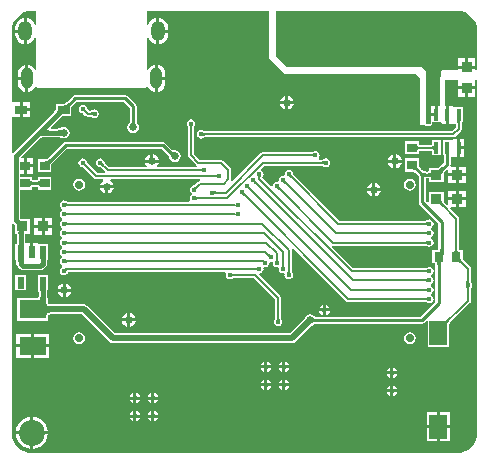
<source format=gtl>
G04*
G04 #@! TF.GenerationSoftware,Altium Limited,Altium Designer,21.2.1 (34)*
G04*
G04 Layer_Physical_Order=1*
G04 Layer_Color=255*
%FSLAX25Y25*%
%MOIN*%
G70*
G04*
G04 #@! TF.SameCoordinates,1518C732-DF2A-4DFD-9B87-9E54171A1C2B*
G04*
G04*
G04 #@! TF.FilePolarity,Positive*
G04*
G01*
G75*
%ADD10C,0.01000*%
%ADD14C,0.00800*%
%ADD17R,0.03800X0.03500*%
%ADD18R,0.03347X0.03150*%
%ADD19R,0.03500X0.03800*%
%ADD20R,0.03150X0.03347*%
%ADD21R,0.01772X0.03937*%
%ADD22R,0.03937X0.02953*%
%ADD23R,0.05906X0.07874*%
%ADD24R,0.02165X0.03937*%
%ADD25R,0.09055X0.06299*%
%ADD39C,0.01500*%
%ADD40C,0.02000*%
%ADD41C,0.01600*%
%ADD42C,0.02756*%
%ADD43C,0.08661*%
%ADD44O,0.04724X0.06693*%
%ADD45O,0.03937X0.07087*%
%ADD46C,0.02600*%
%ADD47C,0.01600*%
G36*
X150924Y148359D02*
X152192Y147975D01*
X153360Y147350D01*
X154384Y146510D01*
X155224Y145486D01*
X155849Y144318D01*
X156233Y143050D01*
X156361Y141746D01*
X156359Y141732D01*
Y128800D01*
X155550D01*
Y129200D01*
X152800D01*
X150050D01*
Y128800D01*
X144827D01*
X144374Y128347D01*
Y126874D01*
X144000Y126500D01*
X144000Y116815D01*
X143134D01*
Y113847D01*
X142634D01*
Y113347D01*
X140748D01*
Y110878D01*
X140261Y110846D01*
X139374D01*
Y128347D01*
X137874Y129847D01*
X115374Y129847D01*
X92874D01*
X89374Y133346D01*
X89374Y141889D01*
X89374Y148485D01*
X149606D01*
X149620Y148487D01*
X150924Y148359D01*
D02*
G37*
G36*
X21138Y117459D02*
X20918Y117231D01*
X20577Y116834D01*
X20456Y116664D01*
X20369Y116513D01*
X20315Y116381D01*
X20294Y116269D01*
X20306Y116175D01*
X20352Y116100D01*
X20430Y116044D01*
X19963Y116271D01*
X19224Y115502D01*
X18474Y116252D01*
X18492Y116263D01*
X18531Y116295D01*
X18671Y116422D01*
X18994Y116739D01*
X18524Y116966D01*
X18624Y116932D01*
X18733Y116921D01*
X18852Y116933D01*
X18979Y116969D01*
X19116Y117028D01*
X19262Y117110D01*
X19417Y117216D01*
X19582Y117345D01*
X19756Y117498D01*
X19938Y117674D01*
X21138Y117459D01*
D02*
G37*
G36*
X18639Y114050D02*
X18523Y114133D01*
X18386Y114175D01*
X18228Y114173D01*
X18048Y114130D01*
X17846Y114044D01*
X17624Y113915D01*
X17379Y113744D01*
X17113Y113531D01*
X16518Y112977D01*
X15457Y114038D01*
X15755Y114346D01*
X16224Y114899D01*
X16395Y115144D01*
X16523Y115367D01*
X16610Y115568D01*
X16653Y115748D01*
X16654Y115906D01*
X16613Y116043D01*
X16530Y116159D01*
X18639Y114050D01*
D02*
G37*
G36*
X42142Y111490D02*
X42154Y111368D01*
X42175Y111250D01*
X42203Y111138D01*
X42240Y111030D01*
X42285Y110927D01*
X42339Y110830D01*
X42400Y110737D01*
X42470Y110649D01*
X42548Y110566D01*
X40728D01*
X40806Y110649D01*
X40875Y110737D01*
X40937Y110830D01*
X40990Y110927D01*
X41035Y111030D01*
X41072Y111138D01*
X41101Y111250D01*
X41121Y111368D01*
X41134Y111490D01*
X41138Y111618D01*
X42138D01*
X42142Y111490D01*
D02*
G37*
G36*
X13039Y109483D02*
X12903Y109303D01*
X12819Y109144D01*
X12786Y109006D01*
X12805Y108889D01*
X12874Y108794D01*
X12995Y108720D01*
X13167Y108667D01*
X13390Y108635D01*
X13665Y108624D01*
X12165Y107124D01*
X11869Y107113D01*
X11582Y107082D01*
X11304Y107029D01*
X11035Y106954D01*
X10965Y106929D01*
X10774Y106859D01*
X10602Y106779D01*
X10523Y106742D01*
X10280Y106604D01*
X10046Y106445D01*
X9820Y106265D01*
X9604Y106063D01*
X9604Y106063D01*
X9604Y106063D01*
X9824Y108404D01*
X10884Y109465D01*
X13225Y109685D01*
X13225Y109685D01*
X13225Y109685D01*
X13039Y109483D01*
D02*
G37*
G36*
X7874Y148485D02*
X9372D01*
Y143975D01*
X8872Y143876D01*
X8642Y144430D01*
X8104Y145133D01*
X7401Y145671D01*
X6583Y146010D01*
X6206Y146060D01*
Y141750D01*
Y137441D01*
X6583Y137490D01*
X7401Y137829D01*
X8104Y138368D01*
X8642Y139071D01*
X8872Y139625D01*
X9372Y139525D01*
Y128996D01*
X8872Y128897D01*
X8799Y129074D01*
X8323Y129694D01*
X7703Y130170D01*
X6981Y130469D01*
X6706Y130506D01*
Y126002D01*
Y121499D01*
X6981Y121536D01*
X7703Y121835D01*
X8323Y122310D01*
X8799Y122931D01*
X8918Y123220D01*
X9313Y123212D01*
X9446Y123187D01*
X9596Y122962D01*
X9844Y122796D01*
X10137Y122738D01*
X45370D01*
X45663Y122796D01*
X45911Y122962D01*
X46060Y123186D01*
X46197Y123212D01*
X46588Y123218D01*
X46707Y122931D01*
X47183Y122310D01*
X47803Y121835D01*
X48525Y121536D01*
X48800Y121499D01*
Y126002D01*
Y130506D01*
X48525Y130469D01*
X47803Y130170D01*
X47183Y129694D01*
X46707Y129074D01*
X46635Y128899D01*
X46134Y128999D01*
Y139523D01*
X46635Y139622D01*
X46863Y139071D01*
X47402Y138368D01*
X48104Y137829D01*
X48922Y137490D01*
X49300Y137441D01*
Y141750D01*
Y146060D01*
X48922Y146010D01*
X48104Y145671D01*
X47402Y145133D01*
X46863Y144430D01*
X46635Y143878D01*
X46134Y143978D01*
Y148485D01*
X86874D01*
X86874Y132626D01*
X92200Y127300D01*
X136000D01*
X137100Y126200D01*
X137100Y110387D01*
X138915Y110387D01*
X139374Y110197D01*
X140261D01*
X140282Y110206D01*
X140303Y110198D01*
X140790Y110230D01*
X140996Y110331D01*
X141207Y110419D01*
X141216Y110440D01*
X141236Y110449D01*
X141310Y110666D01*
X141398Y110878D01*
Y111278D01*
X144120D01*
X144488Y110960D01*
Y110878D01*
X145874D01*
Y113847D01*
Y116815D01*
X145600D01*
Y125400D01*
X150050D01*
Y123300D01*
X152800D01*
X155550D01*
Y125400D01*
X156359D01*
Y7874D01*
X156361Y7860D01*
X156233Y6556D01*
X155849Y5288D01*
X155224Y4120D01*
X154384Y3096D01*
X153360Y2256D01*
X152192Y1632D01*
X150924Y1247D01*
X149620Y1119D01*
X149606Y1122D01*
X7874D01*
X7860Y1119D01*
X6556Y1247D01*
X5288Y1632D01*
X4120Y2256D01*
X3096Y3096D01*
X2256Y4120D01*
X1632Y5288D01*
X1247Y6556D01*
X1119Y7860D01*
X1122Y7874D01*
Y77466D01*
X1145Y77484D01*
X1622Y77647D01*
X2174Y77095D01*
Y75002D01*
X2141Y74942D01*
X2152Y74903D01*
X2137Y74866D01*
X2174Y74776D01*
Y74256D01*
X2653D01*
X2713Y74223D01*
X2713Y74223D01*
X2717Y74217D01*
X2748Y74134D01*
X2781Y74005D01*
X2807Y73832D01*
X2825Y73619D01*
X2831Y73352D01*
X2854Y73301D01*
Y71635D01*
X2831Y71586D01*
X2813Y71069D01*
X2794Y70887D01*
X2768Y70740D01*
X2752Y70675D01*
X2391D01*
Y70153D01*
X2354Y70063D01*
X2375Y70011D01*
X2363Y69957D01*
X2391Y69911D01*
Y66330D01*
X2373Y66305D01*
X2385Y66225D01*
X2354Y66150D01*
X2391Y66059D01*
Y65538D01*
X2626D01*
X2627Y65531D01*
X2672Y64908D01*
X2675Y64643D01*
X2698Y64589D01*
Y64225D01*
X2802Y63698D01*
X3101Y63252D01*
X3979Y62373D01*
X4426Y62075D01*
X4953Y61970D01*
X10676D01*
X11202Y62075D01*
X11649Y62373D01*
X12528Y63252D01*
X12826Y63698D01*
X12931Y64225D01*
Y64589D01*
X12954Y64643D01*
X12957Y64914D01*
X12981Y65360D01*
X12999Y65517D01*
X13002Y65538D01*
X13237D01*
Y66059D01*
X13274Y66150D01*
X13243Y66225D01*
X13256Y66305D01*
X13237Y66330D01*
Y70675D01*
X9897D01*
Y71075D01*
X8314D01*
Y68106D01*
X7314D01*
Y71075D01*
X5731D01*
X5630Y71533D01*
X5630Y71566D01*
X5607Y71621D01*
Y73300D01*
X5630Y73351D01*
X5636Y73618D01*
X5655Y73830D01*
X5683Y74001D01*
X5717Y74128D01*
X5750Y74208D01*
X5763Y74231D01*
X5801Y74235D01*
X5841Y74256D01*
X7174D01*
Y78956D01*
X4205D01*
X3850Y79311D01*
Y88906D01*
X7997D01*
Y89862D01*
X8013Y89866D01*
X8107Y89882D01*
X8232Y89893D01*
X8402Y89897D01*
X8464Y89925D01*
X9334D01*
X9396Y89897D01*
X9568Y89893D01*
X9696Y89882D01*
X9792Y89866D01*
X9801Y89864D01*
Y88872D01*
X14347D01*
Y93221D01*
X9801D01*
Y92229D01*
X9792Y92227D01*
X9696Y92211D01*
X9568Y92200D01*
X9396Y92196D01*
X9334Y92168D01*
X8464D01*
X8402Y92196D01*
X8232Y92200D01*
X8107Y92211D01*
X8013Y92227D01*
X7997Y92231D01*
Y93255D01*
X3850D01*
Y94254D01*
X5224D01*
Y96828D01*
Y99403D01*
X4537D01*
X4329Y99903D01*
X9977Y105551D01*
X10018Y105563D01*
X10028Y105581D01*
X10046Y105588D01*
X10245Y105773D01*
X10432Y105922D01*
X10623Y106052D01*
X10820Y106164D01*
X11023Y106258D01*
X11233Y106335D01*
X11451Y106395D01*
X11679Y106439D01*
X11916Y106465D01*
X12188Y106475D01*
X12237Y106498D01*
X16566D01*
X16617Y106475D01*
X16876Y106469D01*
X17067Y106453D01*
X17126Y106444D01*
X17170Y106435D01*
X17186Y106431D01*
X17195Y106426D01*
X17202Y106425D01*
X17222Y106417D01*
X17235Y106417D01*
X17733Y106084D01*
X18474Y105937D01*
X19215Y106084D01*
X19844Y106504D01*
X20264Y107133D01*
X20411Y107874D01*
X20264Y108615D01*
X19844Y109244D01*
X19215Y109664D01*
X18474Y109811D01*
X17733Y109664D01*
X17235Y109331D01*
X17222Y109331D01*
X17202Y109323D01*
X17195Y109322D01*
X17186Y109317D01*
X17170Y109313D01*
X17126Y109304D01*
X17073Y109296D01*
X16753Y109275D01*
X16625Y109273D01*
X16571Y109250D01*
X14384D01*
X14177Y109750D01*
X16909Y112483D01*
X16960Y112501D01*
X17538Y113039D01*
X17769Y113224D01*
X17972Y113367D01*
X18075Y113426D01*
X18577D01*
X18639Y113400D01*
X18689Y113421D01*
X18742Y113409D01*
X18770Y113426D01*
X21043D01*
Y116030D01*
X21071Y116154D01*
X21043Y116199D01*
Y116234D01*
X21044Y116258D01*
X21043Y116259D01*
Y116368D01*
X21089Y116434D01*
X21398Y116794D01*
X21604Y117007D01*
X21630Y117072D01*
X22810Y118253D01*
X38410D01*
X40516Y116146D01*
Y111700D01*
X40489Y111639D01*
X40485Y111533D01*
X40478Y111456D01*
X40465Y111387D01*
X40449Y111323D01*
X40430Y111266D01*
X40407Y111214D01*
X40380Y111165D01*
X40349Y111119D01*
X40314Y111074D01*
X40255Y111011D01*
X40234Y110957D01*
X39848Y110379D01*
X39701Y109638D01*
X39848Y108897D01*
X40268Y108268D01*
X40896Y107848D01*
X41638Y107701D01*
X42379Y107848D01*
X43008Y108268D01*
X43428Y108897D01*
X43575Y109638D01*
X43428Y110379D01*
X43041Y110957D01*
X43021Y111011D01*
X42962Y111074D01*
X42926Y111119D01*
X42895Y111165D01*
X42869Y111214D01*
X42846Y111266D01*
X42826Y111323D01*
X42810Y111387D01*
X42798Y111456D01*
X42790Y111533D01*
X42787Y111639D01*
X42759Y111700D01*
Y116610D01*
X42759Y116610D01*
X42674Y117039D01*
X42431Y117403D01*
X42431Y117403D01*
X39667Y120167D01*
X39303Y120410D01*
X38874Y120496D01*
X38874Y120496D01*
X22346D01*
X22346Y120496D01*
X21917Y120410D01*
X21553Y120167D01*
X21553Y120167D01*
X19599Y118214D01*
X19567Y118207D01*
X19538Y118161D01*
X19488Y118142D01*
X19316Y117976D01*
X19167Y117845D01*
X19034Y117741D01*
X18919Y117663D01*
X18827Y117611D01*
X18762Y117583D01*
X18747Y117578D01*
X18742D01*
X18736Y117580D01*
X18702Y117578D01*
X18334D01*
X18311Y117580D01*
X18309Y117578D01*
X15905D01*
Y116290D01*
X15888Y116262D01*
X15901Y116209D01*
X15880Y116159D01*
X15905Y116098D01*
Y115595D01*
X15847Y115493D01*
X15709Y115296D01*
X15273Y114783D01*
X14990Y114489D01*
X14969Y114436D01*
X10480Y109947D01*
X10425Y109924D01*
X9364Y108864D01*
X9341Y108808D01*
X1622Y101088D01*
X1145Y101251D01*
X1122Y101270D01*
Y112613D01*
X1332Y113026D01*
X1622Y113026D01*
X3801D01*
Y115502D01*
Y117979D01*
X1622D01*
X1332Y117979D01*
X1122Y118391D01*
Y141732D01*
X1119Y141746D01*
X1247Y143050D01*
X1632Y144318D01*
X2256Y145486D01*
X3096Y146510D01*
X4120Y147350D01*
X5288Y147975D01*
X6556Y148359D01*
X7860Y148487D01*
X7874Y148485D01*
D02*
G37*
G36*
X17546Y106964D02*
X17508Y106994D01*
X17459Y107022D01*
X17398Y107046D01*
X17324Y107066D01*
X17239Y107084D01*
X17142Y107098D01*
X16911Y107118D01*
X16632Y107124D01*
Y108624D01*
X16778Y108626D01*
X17142Y108650D01*
X17239Y108664D01*
X17324Y108682D01*
X17398Y108702D01*
X17459Y108726D01*
X17508Y108754D01*
X17546Y108784D01*
Y106964D01*
D02*
G37*
G36*
X10425Y90047D02*
X10415Y90141D01*
X10384Y90227D01*
X10334Y90302D01*
X10263Y90367D01*
X10172Y90421D01*
X10061Y90466D01*
X9929Y90501D01*
X9777Y90526D01*
X9605Y90541D01*
X9413Y90547D01*
Y91546D01*
X9605Y91552D01*
X9777Y91566D01*
X9929Y91592D01*
X10061Y91627D01*
X10172Y91672D01*
X10263Y91726D01*
X10334Y91791D01*
X10384Y91866D01*
X10415Y91952D01*
X10425Y92046D01*
Y90047D01*
D02*
G37*
G36*
X7395Y91952D02*
X7425Y91866D01*
X7475Y91791D01*
X7545Y91726D01*
X7635Y91672D01*
X7745Y91627D01*
X7875Y91592D01*
X8025Y91566D01*
X8195Y91552D01*
X8385Y91546D01*
Y90547D01*
X8195Y90541D01*
X8025Y90526D01*
X7875Y90501D01*
X7745Y90466D01*
X7635Y90421D01*
X7545Y90367D01*
X7475Y90302D01*
X7425Y90227D01*
X7395Y90141D01*
X7385Y90047D01*
Y92046D01*
X7395Y91952D01*
D02*
G37*
G36*
X5588Y74865D02*
X5460Y74819D01*
X5348Y74743D01*
X5250Y74637D01*
X5168Y74501D01*
X5100Y74335D01*
X5048Y74138D01*
X5010Y73912D01*
X4988Y73655D01*
X4980Y73368D01*
X3480D01*
X3473Y73653D01*
X3452Y73908D01*
X3418Y74133D01*
X3369Y74328D01*
X3307Y74493D01*
X3230Y74628D01*
X3140Y74733D01*
X3036Y74808D01*
X2918Y74853D01*
X2786Y74868D01*
X5730Y74880D01*
X5588Y74865D01*
D02*
G37*
G36*
X4982Y71278D02*
X5040Y70303D01*
X5061Y70198D01*
X5085Y70123D01*
X5113Y70078D01*
X5145Y70063D01*
X3003D01*
X3094Y70078D01*
X3175Y70123D01*
X3247Y70198D01*
X3309Y70303D01*
X3361Y70438D01*
X3404Y70603D01*
X3437Y70798D01*
X3461Y71023D01*
X3480Y71563D01*
X4980D01*
X4982Y71278D01*
D02*
G37*
G36*
X12564Y66135D02*
X12510Y66090D01*
X12461Y66015D01*
X12420Y65910D01*
X12385Y65775D01*
X12356Y65610D01*
X12333Y65415D01*
X12308Y64935D01*
X12304Y64650D01*
X10804D01*
X10801Y64935D01*
X10753Y65610D01*
X10724Y65775D01*
X10689Y65910D01*
X10647Y66015D01*
X10599Y66090D01*
X10545Y66135D01*
X10484Y66150D01*
X12625D01*
X12564Y66135D01*
D02*
G37*
G36*
X5084D02*
X5029Y66090D01*
X4981Y66015D01*
X4939Y65910D01*
X4904Y65775D01*
X4875Y65610D01*
X4853Y65415D01*
X4827Y64935D01*
X4824Y64650D01*
X3324D01*
X3321Y64935D01*
X3273Y65610D01*
X3244Y65775D01*
X3209Y65910D01*
X3167Y66015D01*
X3119Y66090D01*
X3064Y66135D01*
X3003Y66150D01*
X5145D01*
X5084Y66135D01*
D02*
G37*
%LPC*%
G36*
X155550Y132600D02*
X153300D01*
Y130200D01*
X155550D01*
Y132600D01*
D02*
G37*
G36*
X152300D02*
X150050D01*
Y130200D01*
X152300D01*
Y132600D01*
D02*
G37*
G36*
X142134Y116815D02*
X140748D01*
Y114347D01*
X142134D01*
Y116815D01*
D02*
G37*
G36*
X50300Y146060D02*
Y142250D01*
X53191D01*
Y142735D01*
X53076Y143612D01*
X52737Y144430D01*
X52198Y145133D01*
X51496Y145671D01*
X50678Y146010D01*
X50300Y146060D01*
D02*
G37*
G36*
X5206Y146060D02*
X4828Y146010D01*
X4010Y145671D01*
X3308Y145133D01*
X2769Y144430D01*
X2430Y143612D01*
X2314Y142735D01*
Y142250D01*
X5206D01*
Y146060D01*
D02*
G37*
G36*
X53191Y141250D02*
X50300D01*
Y137441D01*
X50678Y137490D01*
X51496Y137829D01*
X52198Y138368D01*
X52737Y139071D01*
X53076Y139888D01*
X53191Y140766D01*
Y141250D01*
D02*
G37*
G36*
X5206D02*
X2314D01*
Y140766D01*
X2430Y139888D01*
X2769Y139071D01*
X3308Y138368D01*
X4010Y137829D01*
X4828Y137490D01*
X5206Y137441D01*
Y141250D01*
D02*
G37*
G36*
X49800Y130506D02*
Y126502D01*
X52294D01*
Y127577D01*
X52192Y128352D01*
X51893Y129074D01*
X51417Y129694D01*
X50797Y130170D01*
X50075Y130469D01*
X49800Y130506D01*
D02*
G37*
G36*
X5706Y130506D02*
X5431Y130469D01*
X4709Y130170D01*
X4089Y129694D01*
X3613Y129074D01*
X3314Y128352D01*
X3212Y127577D01*
Y126502D01*
X5706D01*
Y130506D01*
D02*
G37*
G36*
X52294Y125502D02*
X49800D01*
Y121499D01*
X50075Y121536D01*
X50797Y121835D01*
X51417Y122310D01*
X51893Y122931D01*
X52192Y123653D01*
X52294Y124428D01*
Y125502D01*
D02*
G37*
G36*
X5706D02*
X3212D01*
Y124428D01*
X3314Y123653D01*
X3613Y122931D01*
X4089Y122310D01*
X4709Y121835D01*
X5431Y121536D01*
X5706Y121499D01*
Y125502D01*
D02*
G37*
G36*
X155550Y122300D02*
X153300D01*
Y119900D01*
X155550D01*
Y122300D01*
D02*
G37*
G36*
X152300D02*
X150050D01*
Y119900D01*
X152300D01*
Y122300D01*
D02*
G37*
G36*
X93374Y120092D02*
Y118347D01*
X95120D01*
X95041Y118744D01*
X94532Y119505D01*
X93771Y120013D01*
X93374Y120092D01*
D02*
G37*
G36*
X92374D02*
X91977Y120013D01*
X91216Y119505D01*
X90707Y118744D01*
X90628Y118347D01*
X92374D01*
Y120092D01*
D02*
G37*
G36*
X4801Y117979D02*
Y116002D01*
X7269D01*
Y117979D01*
X4801D01*
D02*
G37*
G36*
X95120Y117347D02*
X93374D01*
Y115601D01*
X93771Y115680D01*
X94532Y116188D01*
X95041Y116949D01*
X95120Y117347D01*
D02*
G37*
G36*
X92374D02*
X90628D01*
X90707Y116949D01*
X91216Y116188D01*
X91977Y115680D01*
X92374Y115601D01*
Y117347D01*
D02*
G37*
G36*
X7269Y115002D02*
X4801D01*
Y113026D01*
X7269D01*
Y115002D01*
D02*
G37*
G36*
X24874Y117234D02*
X24328Y117125D01*
X23865Y116816D01*
X23555Y116353D01*
X23447Y115806D01*
X23555Y115260D01*
X23865Y114797D01*
X24328Y114488D01*
X24746Y114404D01*
X24757Y114395D01*
X24771Y114381D01*
X24777Y114379D01*
X24782Y114375D01*
X24798Y114369D01*
X24803Y114367D01*
X24821Y114356D01*
X24840Y114342D01*
X24923Y114272D01*
X24970Y114226D01*
X25039Y114199D01*
X25716Y113522D01*
X26047Y113301D01*
X26437Y113224D01*
X27475D01*
X27539Y113194D01*
X27683Y113189D01*
X27718Y113185D01*
X27749Y113180D01*
X27769Y113175D01*
X27775Y113174D01*
X27790Y113166D01*
X27796Y113165D01*
X27803Y113163D01*
X27822Y113163D01*
X27836Y113162D01*
X28191Y112925D01*
X28737Y112816D01*
X29283Y112925D01*
X29746Y113234D01*
X30056Y113697D01*
X30164Y114243D01*
X30056Y114790D01*
X29746Y115253D01*
X29283Y115562D01*
X28737Y115671D01*
X28191Y115562D01*
X27836Y115325D01*
X27822Y115324D01*
X27803Y115324D01*
X27796Y115322D01*
X27790Y115321D01*
X27775Y115313D01*
X27769Y115311D01*
X27749Y115307D01*
X27726Y115303D01*
X27617Y115294D01*
X27552Y115293D01*
X27484Y115263D01*
X26859D01*
X26487Y115635D01*
X26463Y115701D01*
X26365Y115807D01*
X26343Y115834D01*
X26324Y115860D01*
X26314Y115877D01*
X26311Y115882D01*
X26306Y115899D01*
X26301Y115904D01*
X26299Y115910D01*
X26285Y115923D01*
X26276Y115934D01*
X26193Y116353D01*
X25883Y116816D01*
X25420Y117125D01*
X24874Y117234D01*
D02*
G37*
G36*
X148260Y116815D02*
X146874D01*
Y113847D01*
Y110878D01*
X148260D01*
Y110878D01*
X148654Y111215D01*
X148658Y111215D01*
X148816Y111176D01*
X149095Y110917D01*
Y109509D01*
X147952Y108366D01*
X65636D01*
X65572Y108395D01*
X65428Y108401D01*
X65393Y108405D01*
X65362Y108410D01*
X65342Y108414D01*
X65337Y108416D01*
X65321Y108424D01*
X65315Y108425D01*
X65308Y108427D01*
X65289Y108427D01*
X65275Y108428D01*
X64920Y108665D01*
X64374Y108774D01*
X63828Y108665D01*
X63365Y108356D01*
X63055Y107893D01*
X62947Y107346D01*
X63055Y106800D01*
X63365Y106337D01*
X63828Y106028D01*
X64374Y105919D01*
X64920Y106028D01*
X65275Y106265D01*
X65289Y106266D01*
X65308Y106266D01*
X65315Y106268D01*
X65321Y106269D01*
X65337Y106277D01*
X65342Y106279D01*
X65362Y106283D01*
X65385Y106287D01*
X65494Y106296D01*
X65559Y106297D01*
X65627Y106327D01*
X148374D01*
X148764Y106404D01*
X149095Y106625D01*
X150835Y108366D01*
X151056Y108696D01*
X151134Y109087D01*
Y111006D01*
X151163Y111073D01*
X151167Y111205D01*
X151173Y111278D01*
X151600D01*
Y116415D01*
X148760D01*
X148628Y116415D01*
X148260Y116732D01*
Y116815D01*
D02*
G37*
G36*
X51555Y104825D02*
X51555Y104825D01*
X19082D01*
X19082Y104825D01*
X18653Y104740D01*
X18289Y104497D01*
X18289Y104497D01*
X13355Y99563D01*
X13293Y99540D01*
X12915Y99189D01*
X12774Y99076D01*
X12653Y98992D01*
X12613Y98969D01*
X12411D01*
X12321Y99007D01*
X12272Y98986D01*
X12220Y98999D01*
X12172Y98969D01*
X9801D01*
Y94620D01*
X14347D01*
Y96794D01*
X14377Y96842D01*
X14364Y96894D01*
X14385Y96943D01*
X14347Y97034D01*
Y97235D01*
X14370Y97275D01*
X14449Y97388D01*
X14726Y97716D01*
X14910Y97906D01*
X14935Y97971D01*
X19546Y102582D01*
X51091D01*
X53193Y100480D01*
X53217Y100417D01*
X53291Y100339D01*
X53347Y100273D01*
X53395Y100208D01*
X53438Y100144D01*
X53475Y100080D01*
X53506Y100015D01*
X53532Y99950D01*
X53554Y99885D01*
X53572Y99818D01*
X53588Y99727D01*
X53659Y99619D01*
X53722Y99303D01*
X54142Y98674D01*
X54770Y98254D01*
X55512Y98107D01*
X56253Y98254D01*
X56882Y98674D01*
X57302Y99303D01*
X57449Y100044D01*
X57302Y100785D01*
X56882Y101414D01*
X56253Y101834D01*
X55512Y101981D01*
X55311Y101941D01*
X55209Y101969D01*
X55133Y101960D01*
X55092Y101959D01*
X55055Y101962D01*
X55019Y101969D01*
X54981Y101981D01*
X54940Y101998D01*
X54894Y102023D01*
X54844Y102057D01*
X54788Y102101D01*
X54712Y102172D01*
X54667Y102189D01*
X54641Y102229D01*
X54609Y102237D01*
X52348Y104497D01*
X51984Y104740D01*
X51555Y104825D01*
D02*
G37*
G36*
X144120Y105415D02*
X141148D01*
Y103905D01*
X141078Y103899D01*
X140943Y103896D01*
X140877Y103866D01*
X137191D01*
X137125Y103896D01*
X136990Y103899D01*
X136920Y103905D01*
Y105021D01*
X132373D01*
Y100672D01*
X136920D01*
Y101788D01*
X136990Y101794D01*
X137125Y101797D01*
X137191Y101827D01*
X140877D01*
X140943Y101797D01*
X141078Y101794D01*
X141148Y101788D01*
Y100278D01*
X144120D01*
Y105415D01*
D02*
G37*
G36*
X152000Y105815D02*
X150614D01*
Y103347D01*
X152000D01*
Y105815D01*
D02*
G37*
G36*
Y102347D02*
X150614D01*
Y99878D01*
X152000D01*
Y102347D01*
D02*
G37*
G36*
X149614Y105815D02*
X148228D01*
Y105732D01*
X147860Y105415D01*
X147728Y105415D01*
X144888D01*
Y101033D01*
X144857Y100980D01*
X144869Y100934D01*
X144851Y100890D01*
X144888Y100800D01*
Y100278D01*
X145200D01*
X145221Y100043D01*
X145225Y99877D01*
X145253Y99814D01*
Y97974D01*
X144455Y97177D01*
X144451Y97176D01*
X144437Y97159D01*
X144378Y97100D01*
X144313Y97074D01*
X144059Y96826D01*
X143617Y96437D01*
X143446Y96308D01*
X143303Y96213D01*
X143202Y96159D01*
X143044D01*
X142929Y96193D01*
X142871Y96162D01*
X142805Y96168D01*
X142795Y96159D01*
X140174D01*
Y94992D01*
X140166Y94990D01*
X140069Y94974D01*
X139942Y94963D01*
X139769Y94959D01*
X139707Y94931D01*
X139324D01*
X139264Y94959D01*
X139091Y94965D01*
X138950Y94980D01*
X138815Y95006D01*
X138686Y95042D01*
X138563Y95087D01*
X138444Y95142D01*
X138328Y95208D01*
X138214Y95285D01*
X138103Y95374D01*
X137976Y95492D01*
X137914Y95515D01*
X137513Y95916D01*
X137490Y95978D01*
X137136Y96359D01*
X137022Y96501D01*
X136936Y96624D01*
X136920Y96651D01*
Y96888D01*
X136945Y96950D01*
X136924Y97000D01*
X136937Y97053D01*
X136920Y97081D01*
Y99273D01*
X132373D01*
Y94924D01*
X134762D01*
X134790Y94907D01*
X134843Y94919D01*
X134894Y94898D01*
X134955Y94924D01*
X135192D01*
X135220Y94908D01*
X135335Y94827D01*
X135665Y94546D01*
X135856Y94362D01*
X135921Y94336D01*
X136328Y93929D01*
X136351Y93867D01*
X136469Y93740D01*
X136558Y93629D01*
X136635Y93515D01*
X136701Y93400D01*
X136757Y93280D01*
X136802Y93157D01*
X136837Y93028D01*
X136863Y92894D01*
X136879Y92752D01*
X136885Y92579D01*
X136912Y92519D01*
Y84666D01*
X136912Y84666D01*
X136998Y84237D01*
X137241Y83873D01*
X143378Y77736D01*
Y69287D01*
X143351Y69225D01*
X143346Y69053D01*
X143335Y68926D01*
X143319Y68830D01*
X143317Y68820D01*
X141325D01*
Y64273D01*
X142315D01*
X142320Y64257D01*
X142335Y64163D01*
X142346Y64038D01*
X142351Y63868D01*
X142378Y63806D01*
Y51465D01*
X137382Y46468D01*
X103479D01*
X103413Y46496D01*
X103049Y46498D01*
X102269Y46524D01*
X102229Y46535D01*
X102172Y46554D01*
X102119Y46577D01*
X102071Y46604D01*
X102024Y46635D01*
X101980Y46670D01*
X101917Y46729D01*
X101863Y46750D01*
X101285Y47136D01*
X100543Y47283D01*
X99802Y47136D01*
X99173Y46716D01*
X98753Y46088D01*
X98698Y45808D01*
X93868Y40978D01*
X35550D01*
X26398Y50130D01*
X25868Y50484D01*
X25244Y50608D01*
X14747D01*
X14707Y50626D01*
X14347Y50635D01*
X14051Y50661D01*
X13808Y50702D01*
X13618Y50753D01*
X13484Y50808D01*
X13404Y50857D01*
X13367Y50890D01*
X13355Y50909D01*
X13347Y50930D01*
X13336Y51044D01*
X13302Y51107D01*
Y51932D01*
X13319Y51956D01*
X13307Y52039D01*
X13339Y52117D01*
X13302Y52206D01*
Y52726D01*
X13061D01*
X13054Y52768D01*
X13007Y53436D01*
X13004Y53721D01*
X12982Y53773D01*
Y54251D01*
X13004Y54301D01*
X13014Y54860D01*
X13044Y55269D01*
X13048Y55302D01*
X13237D01*
Y55823D01*
X13274Y55914D01*
X13237Y56004D01*
Y56018D01*
X13245Y56107D01*
X13237Y56116D01*
Y60439D01*
X9872D01*
Y56116D01*
X9864Y56107D01*
X9872Y56018D01*
Y56004D01*
X9834Y55914D01*
X9872Y55823D01*
Y55302D01*
X10051D01*
X10102Y54591D01*
X10105Y54308D01*
X10127Y54256D01*
Y53780D01*
X10105Y53731D01*
X10098Y53445D01*
X10078Y53216D01*
X10047Y53031D01*
X10009Y52891D01*
X9972Y52799D01*
X9945Y52754D01*
X9883Y52747D01*
X9844Y52726D01*
X3046D01*
Y45227D01*
X13302D01*
Y46846D01*
X13336Y46908D01*
X13347Y47022D01*
X13355Y47044D01*
X13367Y47063D01*
X13404Y47096D01*
X13484Y47145D01*
X13618Y47200D01*
X13808Y47251D01*
X14051Y47292D01*
X14347Y47318D01*
X14707Y47327D01*
X14747Y47345D01*
X24568D01*
X33720Y38193D01*
X34250Y37839D01*
X34874Y37715D01*
X94543D01*
X95168Y37839D01*
X95697Y38193D01*
X101005Y43501D01*
X101285Y43556D01*
X101863Y43943D01*
X101917Y43963D01*
X101980Y44022D01*
X102024Y44058D01*
X102071Y44089D01*
X102119Y44115D01*
X102166Y44136D01*
X103060Y44195D01*
X103413Y44197D01*
X103479Y44225D01*
X137846D01*
X137846Y44225D01*
X138275Y44310D01*
X138639Y44553D01*
X139243Y45157D01*
X139743Y44949D01*
Y36568D01*
X146848D01*
Y43750D01*
X146878Y43798D01*
X146865Y43850D01*
X146886Y43899D01*
X146848Y43989D01*
Y44085D01*
X146854Y44095D01*
X146910Y44176D01*
X147125Y44431D01*
X147269Y44579D01*
X147296Y44649D01*
X153854Y51206D01*
X154075Y51537D01*
X154153Y51928D01*
Y55853D01*
X154182Y55917D01*
X154188Y56061D01*
X154192Y56096D01*
X154197Y56127D01*
X154201Y56147D01*
X154203Y56152D01*
X154211Y56168D01*
X154211Y56174D01*
X154214Y56180D01*
X154214Y56199D01*
X154215Y56214D01*
X154452Y56568D01*
X154561Y57115D01*
X154452Y57661D01*
X154215Y58016D01*
X154214Y58030D01*
X154214Y58049D01*
X154211Y58055D01*
X154211Y58062D01*
X154203Y58077D01*
X154201Y58083D01*
X154197Y58103D01*
X154193Y58126D01*
X154184Y58234D01*
X154183Y58300D01*
X154153Y58368D01*
Y62563D01*
X154075Y62953D01*
X153854Y63284D01*
X151877Y65261D01*
X151852Y65327D01*
X151575Y65626D01*
X151490Y65732D01*
X151428Y65821D01*
X151423Y65830D01*
Y65926D01*
X151460Y66017D01*
X151440Y66066D01*
X151452Y66118D01*
X151423Y66166D01*
Y68820D01*
X150307D01*
X150301Y68890D01*
X150297Y69024D01*
X150268Y69091D01*
Y79235D01*
X150190Y79626D01*
X149969Y79956D01*
X147328Y82598D01*
X147519Y83060D01*
X149074D01*
Y85309D01*
X146674D01*
Y83905D01*
X146212Y83713D01*
X145627Y84298D01*
X145603Y84364D01*
X145310Y84679D01*
X145219Y84790D01*
X145174Y84854D01*
Y84933D01*
X145194Y84967D01*
X145179Y85022D01*
X145199Y85076D01*
X145174Y85131D01*
Y88160D01*
X140174D01*
Y84765D01*
X139712Y84574D01*
X139155Y85131D01*
Y92125D01*
X139157Y92127D01*
X139155Y92143D01*
Y92219D01*
X139182Y92275D01*
X139190Y92426D01*
X139205Y92510D01*
X139222Y92561D01*
X139236Y92586D01*
X139245Y92598D01*
X139257Y92607D01*
X139282Y92621D01*
X139334Y92638D01*
X139418Y92653D01*
X139568Y92661D01*
X139625Y92688D01*
X139701D01*
X139709Y92687D01*
X139769Y92660D01*
X139942Y92656D01*
X140069Y92645D01*
X140166Y92629D01*
X140174Y92627D01*
Y91460D01*
X145174D01*
Y94171D01*
X145210Y94246D01*
X145192Y94298D01*
X145208Y94352D01*
X145174Y94414D01*
Y94589D01*
X145178Y94596D01*
X145259Y94712D01*
X145546Y95049D01*
X145736Y95246D01*
X145762Y95311D01*
X146212Y95761D01*
X146674Y95570D01*
Y94310D01*
X149074D01*
Y96560D01*
X147664D01*
X147396Y97060D01*
X147410Y97080D01*
X147496Y97509D01*
X147496Y97509D01*
Y99799D01*
X147500Y99824D01*
X147523Y99877D01*
X147524Y99918D01*
X147771Y100063D01*
X148228Y99878D01*
Y99878D01*
X149614D01*
Y102847D01*
Y105815D01*
D02*
G37*
G36*
X129374Y100620D02*
Y98874D01*
X131120D01*
X131041Y99271D01*
X130532Y100032D01*
X129771Y100541D01*
X129374Y100620D01*
D02*
G37*
G36*
X128374D02*
X127977Y100541D01*
X127216Y100032D01*
X126707Y99271D01*
X126628Y98874D01*
X128374D01*
Y100620D01*
D02*
G37*
G36*
X48374D02*
Y98874D01*
X50120D01*
X50041Y99271D01*
X49532Y100032D01*
X48771Y100541D01*
X48374Y100620D01*
D02*
G37*
G36*
X47374D02*
X46977Y100541D01*
X46216Y100032D01*
X45707Y99271D01*
X45628Y98874D01*
X47374D01*
Y100620D01*
D02*
G37*
G36*
X8397Y99403D02*
X6224D01*
Y97328D01*
X8397D01*
Y99403D01*
D02*
G37*
G36*
X60874Y112274D02*
X60328Y112165D01*
X59865Y111856D01*
X59555Y111393D01*
X59447Y110846D01*
X59555Y110300D01*
X59792Y109945D01*
X59794Y109931D01*
X59793Y109912D01*
X59796Y109906D01*
X59797Y109899D01*
X59804Y109884D01*
X59806Y109878D01*
X59811Y109859D01*
X59815Y109835D01*
X59824Y109727D01*
X59825Y109662D01*
X59854Y109593D01*
Y100347D01*
X59932Y99956D01*
X60153Y99625D01*
X62653Y97126D01*
X62984Y96904D01*
X63038Y96894D01*
X62989Y96394D01*
X49882D01*
X49651Y96894D01*
X50041Y97477D01*
X50120Y97874D01*
X45628D01*
X45707Y97477D01*
X46097Y96894D01*
X45867Y96394D01*
X33644D01*
X32319Y97719D01*
X32294Y97785D01*
X32196Y97890D01*
X32174Y97918D01*
X32156Y97943D01*
X32145Y97960D01*
X32142Y97965D01*
X32137Y97982D01*
X32133Y97987D01*
X32130Y97993D01*
X32117Y98007D01*
X32107Y98018D01*
X32024Y98436D01*
X31715Y98899D01*
X31252Y99208D01*
X30705Y99317D01*
X30159Y99208D01*
X29696Y98899D01*
X29387Y98436D01*
X29278Y97890D01*
X29387Y97343D01*
X29696Y96880D01*
X30159Y96571D01*
X30578Y96488D01*
X30589Y96479D01*
X30602Y96465D01*
X30608Y96462D01*
X30613Y96458D01*
X30630Y96453D01*
X30635Y96450D01*
X30652Y96439D01*
X30671Y96426D01*
X30754Y96355D01*
X30801Y96310D01*
X30871Y96283D01*
X32260Y94894D01*
X32053Y94394D01*
X29738D01*
X26413Y97719D01*
X26389Y97785D01*
X26291Y97890D01*
X26269Y97918D01*
X26250Y97943D01*
X26240Y97960D01*
X26237Y97965D01*
X26232Y97982D01*
X26228Y97987D01*
X26225Y97993D01*
X26211Y98007D01*
X26202Y98018D01*
X26119Y98436D01*
X25809Y98899D01*
X25346Y99208D01*
X24800Y99317D01*
X24254Y99208D01*
X23791Y98899D01*
X23481Y98436D01*
X23373Y97890D01*
X23481Y97343D01*
X23791Y96880D01*
X24254Y96571D01*
X24672Y96488D01*
X24683Y96479D01*
X24697Y96465D01*
X24703Y96462D01*
X24708Y96458D01*
X24724Y96453D01*
X24730Y96450D01*
X24747Y96439D01*
X24766Y96426D01*
X24849Y96355D01*
X24896Y96310D01*
X24965Y96283D01*
X28595Y92653D01*
X28926Y92432D01*
X29316Y92354D01*
X31546D01*
X31698Y91854D01*
X31216Y91532D01*
X30707Y90771D01*
X30628Y90374D01*
X35120D01*
X35041Y90771D01*
X34532Y91532D01*
X34050Y91854D01*
X34202Y92354D01*
X63739D01*
X63788Y91854D01*
X63456Y91788D01*
X63125Y91567D01*
X62045Y90487D01*
X61979Y90463D01*
X61873Y90365D01*
X61846Y90343D01*
X61821Y90324D01*
X61803Y90314D01*
X61798Y90311D01*
X61782Y90306D01*
X61777Y90301D01*
X61771Y90299D01*
X61757Y90285D01*
X61746Y90276D01*
X61328Y90193D01*
X60865Y89883D01*
X60555Y89420D01*
X60447Y88874D01*
X60555Y88328D01*
X60865Y87865D01*
X61083Y87719D01*
Y87133D01*
X60865Y86987D01*
X60555Y86524D01*
X60447Y85978D01*
X60555Y85431D01*
X60591Y85378D01*
X60324Y84878D01*
X19760D01*
X19696Y84907D01*
X19552Y84913D01*
X19517Y84917D01*
X19486Y84922D01*
X19466Y84926D01*
X19461Y84928D01*
X19445Y84936D01*
X19439Y84936D01*
X19433Y84939D01*
X19414Y84939D01*
X19399Y84940D01*
X19045Y85177D01*
X18498Y85286D01*
X17952Y85177D01*
X17489Y84868D01*
X17179Y84404D01*
X17071Y83858D01*
X17179Y83312D01*
X17489Y82849D01*
X17952Y82539D01*
X17958Y82538D01*
Y82029D01*
X17952Y82027D01*
X17489Y81718D01*
X17179Y81255D01*
X17071Y80709D01*
X17179Y80162D01*
X17489Y79699D01*
X17952Y79390D01*
X17958Y79389D01*
Y78879D01*
X17952Y78878D01*
X17489Y78568D01*
X17179Y78105D01*
X17071Y77559D01*
X17179Y77013D01*
X17489Y76550D01*
X17952Y76240D01*
X17958Y76239D01*
Y75729D01*
X17952Y75728D01*
X17489Y75419D01*
X17179Y74956D01*
X17071Y74410D01*
X17179Y73863D01*
X17489Y73400D01*
X17952Y73091D01*
X17958Y73089D01*
Y72580D01*
X17952Y72579D01*
X17489Y72269D01*
X17179Y71806D01*
X17071Y71260D01*
X17179Y70714D01*
X17489Y70250D01*
X17952Y69941D01*
X17958Y69940D01*
Y69430D01*
X17952Y69429D01*
X17489Y69120D01*
X17179Y68656D01*
X17071Y68110D01*
X17179Y67564D01*
X17489Y67101D01*
X17952Y66791D01*
X17958Y66790D01*
Y66281D01*
X17952Y66279D01*
X17489Y65970D01*
X17179Y65507D01*
X17071Y64961D01*
X17179Y64414D01*
X17489Y63951D01*
X17952Y63642D01*
X17958Y63641D01*
Y63131D01*
X17952Y63130D01*
X17489Y62820D01*
X17179Y62357D01*
X17071Y61811D01*
X17179Y61265D01*
X17489Y60802D01*
X17952Y60492D01*
X18498Y60384D01*
X19045Y60492D01*
X19508Y60802D01*
X19817Y61265D01*
X19861Y61484D01*
X19869Y61492D01*
X72336D01*
X72603Y60992D01*
X72555Y60920D01*
X72447Y60374D01*
X72555Y59828D01*
X72865Y59365D01*
X73328Y59055D01*
X73874Y58947D01*
X74420Y59055D01*
X74775Y59292D01*
X74789Y59294D01*
X74809Y59293D01*
X74815Y59296D01*
X74821Y59297D01*
X74836Y59304D01*
X74842Y59306D01*
X74862Y59311D01*
X74885Y59315D01*
X74993Y59324D01*
X75059Y59325D01*
X75127Y59354D01*
X81952D01*
X88943Y52363D01*
Y46118D01*
X88914Y46054D01*
X88908Y45910D01*
X88904Y45875D01*
X88899Y45844D01*
X88895Y45824D01*
X88893Y45819D01*
X88885Y45803D01*
X88885Y45797D01*
X88882Y45791D01*
X88882Y45772D01*
X88881Y45757D01*
X88644Y45403D01*
X88535Y44856D01*
X88644Y44310D01*
X88953Y43847D01*
X89416Y43538D01*
X89963Y43429D01*
X90509Y43538D01*
X90972Y43847D01*
X91281Y44310D01*
X91390Y44856D01*
X91281Y45403D01*
X91044Y45757D01*
X91043Y45772D01*
X91043Y45791D01*
X91041Y45797D01*
X91040Y45803D01*
X91032Y45819D01*
X91030Y45824D01*
X91026Y45844D01*
X91022Y45867D01*
X91013Y45976D01*
X91012Y46041D01*
X90982Y46109D01*
Y52785D01*
X90905Y53176D01*
X90684Y53506D01*
X83591Y60599D01*
X83613Y60752D01*
X83788Y61110D01*
X84208Y61193D01*
X84671Y61502D01*
X84980Y61966D01*
X85089Y62512D01*
X85053Y62689D01*
X85479Y63114D01*
X85630Y63084D01*
X86176Y63193D01*
X86639Y63503D01*
X86949Y63966D01*
X87057Y64512D01*
X87042Y64590D01*
X87467Y65015D01*
X87566Y64995D01*
X87717Y65026D01*
X88142Y64600D01*
X88107Y64423D01*
X88216Y63877D01*
X88525Y63414D01*
X88988Y63104D01*
X89534Y62995D01*
X89685Y63026D01*
X90111Y62600D01*
X90075Y62423D01*
X90184Y61877D01*
X90493Y61414D01*
X90956Y61104D01*
X91503Y60996D01*
X91654Y61026D01*
X92079Y60600D01*
X92044Y60423D01*
X92153Y59877D01*
X92462Y59414D01*
X92925Y59104D01*
X93471Y58995D01*
X94017Y59104D01*
X94481Y59414D01*
X94790Y59877D01*
X94899Y60423D01*
X94790Y60969D01*
X94553Y61324D01*
X94552Y61338D01*
X94552Y61357D01*
X94549Y61364D01*
X94549Y61370D01*
X94541Y61386D01*
X94539Y61391D01*
X94535Y61411D01*
X94531Y61434D01*
X94522Y61542D01*
X94521Y61608D01*
X94491Y61676D01*
Y68749D01*
X94413Y69139D01*
X94367Y69208D01*
X94756Y69527D01*
X112641Y51641D01*
X112972Y51420D01*
X113362Y51343D01*
X139112D01*
X139176Y51313D01*
X139320Y51308D01*
X139355Y51304D01*
X139386Y51299D01*
X139406Y51294D01*
X139411Y51293D01*
X139427Y51285D01*
X139433Y51284D01*
X139439Y51282D01*
X139459Y51282D01*
X139473Y51280D01*
X139828Y51043D01*
X140374Y50935D01*
X140920Y51043D01*
X141383Y51353D01*
X141693Y51816D01*
X141801Y52362D01*
X141693Y52908D01*
X141383Y53372D01*
X140920Y53681D01*
X140915Y53682D01*
Y54192D01*
X140920Y54193D01*
X141383Y54502D01*
X141693Y54966D01*
X141801Y55512D01*
X141693Y56058D01*
X141383Y56521D01*
X140920Y56831D01*
X140915Y56832D01*
Y57341D01*
X140920Y57343D01*
X141383Y57652D01*
X141693Y58115D01*
X141801Y58661D01*
X141693Y59208D01*
X141383Y59671D01*
X140920Y59980D01*
X140915Y59981D01*
Y60491D01*
X140920Y60492D01*
X141383Y60802D01*
X141693Y61265D01*
X141801Y61811D01*
X141693Y62357D01*
X141383Y62820D01*
X140920Y63130D01*
X140374Y63239D01*
X139828Y63130D01*
X139473Y62893D01*
X139459Y62892D01*
X139439Y62892D01*
X139433Y62889D01*
X139427Y62889D01*
X139411Y62880D01*
X139406Y62879D01*
X139386Y62874D01*
X139363Y62871D01*
X139254Y62862D01*
X139189Y62860D01*
X139121Y62831D01*
X114832D01*
X107847Y69816D01*
X108093Y70277D01*
X108275Y70240D01*
X139112D01*
X139176Y70211D01*
X139320Y70205D01*
X139355Y70202D01*
X139386Y70197D01*
X139406Y70192D01*
X139411Y70190D01*
X139427Y70182D01*
X139433Y70182D01*
X139439Y70179D01*
X139459Y70179D01*
X139473Y70178D01*
X139828Y69941D01*
X140374Y69832D01*
X140920Y69941D01*
X141383Y70250D01*
X141693Y70714D01*
X141801Y71260D01*
X141693Y71806D01*
X141383Y72269D01*
X140920Y72579D01*
X140915Y72580D01*
Y73090D01*
X140920Y73091D01*
X141383Y73400D01*
X141693Y73863D01*
X141801Y74410D01*
X141693Y74956D01*
X141383Y75419D01*
X140920Y75728D01*
X140915Y75729D01*
Y76239D01*
X140920Y76240D01*
X141383Y76550D01*
X141693Y77013D01*
X141801Y77559D01*
X141693Y78105D01*
X141383Y78568D01*
X140920Y78878D01*
X140374Y78987D01*
X139828Y78878D01*
X139473Y78641D01*
X139459Y78640D01*
X139439Y78640D01*
X139433Y78637D01*
X139427Y78637D01*
X139411Y78629D01*
X139406Y78627D01*
X139386Y78622D01*
X139363Y78619D01*
X139254Y78610D01*
X139189Y78608D01*
X139121Y78579D01*
X110336D01*
X95117Y93797D01*
X95093Y93863D01*
X94995Y93969D01*
X94973Y93996D01*
X94954Y94022D01*
X94943Y94039D01*
X94941Y94044D01*
X94936Y94061D01*
X94931Y94066D01*
X94929Y94072D01*
X94915Y94085D01*
X94906Y94096D01*
X94823Y94515D01*
X94513Y94978D01*
X94050Y95287D01*
X93504Y95396D01*
X92958Y95287D01*
X92495Y94978D01*
X92185Y94515D01*
X92076Y93968D01*
X92112Y93791D01*
X91686Y93366D01*
X91535Y93396D01*
X90989Y93287D01*
X90526Y92978D01*
X90217Y92515D01*
X90108Y91969D01*
X90143Y91791D01*
X89718Y91366D01*
X89567Y91396D01*
X89021Y91287D01*
X88558Y90978D01*
X88248Y90515D01*
X88183Y90187D01*
X87662Y90000D01*
X84719Y92943D01*
X84720Y92950D01*
X84725Y92981D01*
X84729Y93001D01*
X84731Y93006D01*
X84739Y93021D01*
X84740Y93028D01*
X84742Y93034D01*
X84742Y93053D01*
X84743Y93068D01*
X84980Y93422D01*
X85089Y93968D01*
X84980Y94515D01*
X84671Y94978D01*
X84345Y95196D01*
X84201Y95759D01*
X85296Y96854D01*
X104612D01*
X104676Y96825D01*
X104820Y96820D01*
X104855Y96816D01*
X104886Y96811D01*
X104906Y96806D01*
X104911Y96804D01*
X104927Y96797D01*
X104933Y96796D01*
X104939Y96793D01*
X104959Y96794D01*
X104973Y96792D01*
X105328Y96555D01*
X105874Y96447D01*
X106420Y96555D01*
X106883Y96865D01*
X107193Y97328D01*
X107301Y97874D01*
X107193Y98420D01*
X106883Y98883D01*
X106420Y99193D01*
X105874Y99301D01*
X105328Y99193D01*
X104973Y98956D01*
X104959Y98954D01*
X104939Y98955D01*
X104933Y98952D01*
X104927Y98952D01*
X104911Y98944D01*
X104906Y98942D01*
X104886Y98937D01*
X104863Y98934D01*
X104754Y98925D01*
X104689Y98923D01*
X104621Y98894D01*
X103578D01*
X103436Y99237D01*
X103403Y99394D01*
X103693Y99828D01*
X103801Y100374D01*
X103693Y100920D01*
X103383Y101383D01*
X102920Y101693D01*
X102374Y101801D01*
X101828Y101693D01*
X101473Y101456D01*
X101459Y101454D01*
X101439Y101455D01*
X101433Y101452D01*
X101427Y101452D01*
X101411Y101444D01*
X101406Y101442D01*
X101386Y101437D01*
X101363Y101434D01*
X101254Y101425D01*
X101189Y101423D01*
X101121Y101394D01*
X84874D01*
X84484Y101316D01*
X84153Y101095D01*
X74722Y91664D01*
X74316Y91956D01*
X74394Y92347D01*
Y95346D01*
X74316Y95737D01*
X74095Y96067D01*
X71595Y98567D01*
X71264Y98788D01*
X70874Y98866D01*
X63796D01*
X61894Y100769D01*
Y109585D01*
X61923Y109649D01*
X61928Y109793D01*
X61932Y109827D01*
X61937Y109859D01*
X61942Y109878D01*
X61944Y109884D01*
X61952Y109899D01*
X61952Y109906D01*
X61955Y109912D01*
X61954Y109931D01*
X61956Y109945D01*
X62193Y110300D01*
X62301Y110846D01*
X62193Y111393D01*
X61883Y111856D01*
X61420Y112165D01*
X60874Y112274D01*
D02*
G37*
G36*
X131120Y97874D02*
X129374D01*
Y96128D01*
X129771Y96207D01*
X130532Y96716D01*
X131041Y97477D01*
X131120Y97874D01*
D02*
G37*
G36*
X128374D02*
X126628D01*
X126707Y97477D01*
X127216Y96716D01*
X127977Y96207D01*
X128374Y96128D01*
Y97874D01*
D02*
G37*
G36*
X152474Y96560D02*
X150074D01*
Y94310D01*
X152474D01*
Y96560D01*
D02*
G37*
G36*
X8397Y96328D02*
X6224D01*
Y94254D01*
X8397D01*
Y96328D01*
D02*
G37*
G36*
X152474Y93309D02*
X150074D01*
Y91059D01*
X152474D01*
Y93309D01*
D02*
G37*
G36*
X149074D02*
X146674D01*
Y91059D01*
X149074D01*
Y93309D01*
D02*
G37*
G36*
X122374Y91120D02*
Y89374D01*
X124120D01*
X124041Y89771D01*
X123532Y90532D01*
X122771Y91041D01*
X122374Y91120D01*
D02*
G37*
G36*
X121374D02*
X120977Y91041D01*
X120216Y90532D01*
X119708Y89771D01*
X119628Y89374D01*
X121374D01*
Y91120D01*
D02*
G37*
G36*
X133858Y92568D02*
X133087Y92414D01*
X132432Y91977D01*
X131995Y91323D01*
X131842Y90551D01*
X131995Y89779D01*
X132432Y89125D01*
X133087Y88688D01*
X133858Y88534D01*
X134630Y88688D01*
X135284Y89125D01*
X135722Y89779D01*
X135875Y90551D01*
X135722Y91323D01*
X135284Y91977D01*
X134630Y92414D01*
X133858Y92568D01*
D02*
G37*
G36*
X23622D02*
X22850Y92414D01*
X22196Y91977D01*
X21759Y91323D01*
X21605Y90551D01*
X21759Y89779D01*
X22196Y89125D01*
X22850Y88688D01*
X23622Y88534D01*
X24394Y88688D01*
X25048Y89125D01*
X25485Y89779D01*
X25639Y90551D01*
X25485Y91323D01*
X25048Y91977D01*
X24394Y92414D01*
X23622Y92568D01*
D02*
G37*
G36*
X35120Y89374D02*
X33374D01*
Y87628D01*
X33771Y87708D01*
X34532Y88216D01*
X35041Y88977D01*
X35120Y89374D01*
D02*
G37*
G36*
X32374D02*
X30628D01*
X30707Y88977D01*
X31216Y88216D01*
X31977Y87708D01*
X32374Y87628D01*
Y89374D01*
D02*
G37*
G36*
X124120Y88374D02*
X122374D01*
Y86628D01*
X122771Y86708D01*
X123532Y87216D01*
X124041Y87977D01*
X124120Y88374D01*
D02*
G37*
G36*
X121374D02*
X119628D01*
X119708Y87977D01*
X120216Y87216D01*
X120977Y86708D01*
X121374Y86628D01*
Y88374D01*
D02*
G37*
G36*
X152474Y88560D02*
X150074D01*
Y86309D01*
X152474D01*
Y88560D01*
D02*
G37*
G36*
X149074D02*
X146674D01*
Y86309D01*
X149074D01*
Y88560D01*
D02*
G37*
G36*
X152474Y85309D02*
X150074D01*
Y83060D01*
X152474D01*
Y85309D01*
D02*
G37*
G36*
X14474Y79356D02*
X12074D01*
Y77106D01*
X14474D01*
Y79356D01*
D02*
G37*
G36*
X11074D02*
X8674D01*
Y77106D01*
X11074D01*
Y79356D01*
D02*
G37*
G36*
X14474Y76106D02*
X12074D01*
Y73856D01*
X14474D01*
Y76106D01*
D02*
G37*
G36*
X11074D02*
X8674D01*
Y73856D01*
X11074D01*
Y76106D01*
D02*
G37*
G36*
X19200Y57646D02*
Y55900D01*
X20946D01*
X20867Y56297D01*
X20358Y57058D01*
X19597Y57566D01*
X19200Y57646D01*
D02*
G37*
G36*
X18200D02*
X17803Y57566D01*
X17042Y57058D01*
X16533Y56297D01*
X16454Y55900D01*
X18200D01*
Y57646D01*
D02*
G37*
G36*
X5757Y60439D02*
X2391D01*
Y55302D01*
X5757D01*
Y60439D01*
D02*
G37*
G36*
X20946Y54900D02*
X19200D01*
Y53154D01*
X19597Y53233D01*
X20358Y53742D01*
X20867Y54503D01*
X20946Y54900D01*
D02*
G37*
G36*
X18200D02*
X16454D01*
X16533Y54503D01*
X17042Y53742D01*
X17803Y53233D01*
X18200Y53154D01*
Y54900D01*
D02*
G37*
G36*
X105892Y50600D02*
Y49364D01*
X107127D01*
X107087Y49567D01*
X106690Y50162D01*
X106094Y50560D01*
X105892Y50600D01*
D02*
G37*
G36*
X104892D02*
X104689Y50560D01*
X104094Y50162D01*
X103696Y49567D01*
X103656Y49364D01*
X104892D01*
Y50600D01*
D02*
G37*
G36*
X107127Y48364D02*
X105892D01*
Y47128D01*
X106094Y47169D01*
X106690Y47567D01*
X107087Y48162D01*
X107127Y48364D01*
D02*
G37*
G36*
X104892D02*
X103656D01*
X103696Y48162D01*
X104094Y47567D01*
X104689Y47169D01*
X104892Y47128D01*
Y48364D01*
D02*
G37*
G36*
X40674Y47720D02*
Y45974D01*
X42420D01*
X42341Y46371D01*
X41832Y47132D01*
X41071Y47641D01*
X40674Y47720D01*
D02*
G37*
G36*
X39674D02*
X39277Y47641D01*
X38516Y47132D01*
X38008Y46371D01*
X37928Y45974D01*
X39674D01*
Y47720D01*
D02*
G37*
G36*
X42420Y44974D02*
X40674D01*
Y43228D01*
X41071Y43308D01*
X41832Y43816D01*
X42341Y44577D01*
X42420Y44974D01*
D02*
G37*
G36*
X39674D02*
X37928D01*
X38008Y44577D01*
X38516Y43816D01*
X39277Y43308D01*
X39674Y43228D01*
Y44974D01*
D02*
G37*
G36*
X133858Y41387D02*
X133087Y41233D01*
X132432Y40796D01*
X131995Y40142D01*
X131842Y39370D01*
X131995Y38598D01*
X132432Y37944D01*
X133087Y37507D01*
X133858Y37353D01*
X134630Y37507D01*
X135284Y37944D01*
X135722Y38598D01*
X135875Y39370D01*
X135722Y40142D01*
X135284Y40796D01*
X134630Y41233D01*
X133858Y41387D01*
D02*
G37*
G36*
X23622D02*
X22850Y41233D01*
X22196Y40796D01*
X21759Y40142D01*
X21605Y39370D01*
X21759Y38598D01*
X22196Y37944D01*
X22850Y37507D01*
X23622Y37353D01*
X24394Y37507D01*
X25048Y37944D01*
X25485Y38598D01*
X25639Y39370D01*
X25485Y40142D01*
X25048Y40796D01*
X24394Y41233D01*
X23622Y41387D01*
D02*
G37*
G36*
X13702Y40921D02*
X8674D01*
Y37272D01*
X13702D01*
Y40921D01*
D02*
G37*
G36*
X7674D02*
X2647D01*
Y37272D01*
X7674D01*
Y40921D01*
D02*
G37*
G36*
X13702Y36272D02*
X8674D01*
Y32622D01*
X13702D01*
Y36272D01*
D02*
G37*
G36*
X7674D02*
X2647D01*
Y32622D01*
X7674D01*
Y36272D01*
D02*
G37*
G36*
X92374Y31582D02*
Y30347D01*
X93610D01*
X93570Y30549D01*
X93172Y31144D01*
X92576Y31542D01*
X92374Y31582D01*
D02*
G37*
G36*
X91374D02*
X91172Y31542D01*
X90576Y31144D01*
X90179Y30549D01*
X90138Y30347D01*
X91374D01*
Y31582D01*
D02*
G37*
G36*
X86374D02*
Y30347D01*
X87610D01*
X87570Y30549D01*
X87172Y31144D01*
X86576Y31542D01*
X86374Y31582D01*
D02*
G37*
G36*
X85374D02*
X85172Y31542D01*
X84576Y31144D01*
X84179Y30549D01*
X84138Y30347D01*
X85374D01*
Y31582D01*
D02*
G37*
G36*
X128374Y29610D02*
Y28374D01*
X129610D01*
X129570Y28576D01*
X129172Y29172D01*
X128576Y29570D01*
X128374Y29610D01*
D02*
G37*
G36*
X127374D02*
X127172Y29570D01*
X126576Y29172D01*
X126179Y28576D01*
X126138Y28374D01*
X127374D01*
Y29610D01*
D02*
G37*
G36*
X93610Y29346D02*
X92374D01*
Y28111D01*
X92576Y28151D01*
X93172Y28549D01*
X93570Y29144D01*
X93610Y29346D01*
D02*
G37*
G36*
X91374D02*
X90138D01*
X90179Y29144D01*
X90576Y28549D01*
X91172Y28151D01*
X91374Y28111D01*
Y29346D01*
D02*
G37*
G36*
X87610D02*
X86374D01*
Y28111D01*
X86576Y28151D01*
X87172Y28549D01*
X87570Y29144D01*
X87610Y29346D01*
D02*
G37*
G36*
X85374D02*
X84138D01*
X84179Y29144D01*
X84576Y28549D01*
X85172Y28151D01*
X85374Y28111D01*
Y29346D01*
D02*
G37*
G36*
X129610Y27374D02*
X128374D01*
Y26138D01*
X128576Y26179D01*
X129172Y26576D01*
X129570Y27172D01*
X129610Y27374D01*
D02*
G37*
G36*
X127374D02*
X126138D01*
X126179Y27172D01*
X126576Y26576D01*
X127172Y26179D01*
X127374Y26138D01*
Y27374D01*
D02*
G37*
G36*
X92374Y25582D02*
Y24347D01*
X93610D01*
X93570Y24549D01*
X93172Y25144D01*
X92576Y25542D01*
X92374Y25582D01*
D02*
G37*
G36*
X91374D02*
X91172Y25542D01*
X90576Y25144D01*
X90179Y24549D01*
X90138Y24347D01*
X91374D01*
Y25582D01*
D02*
G37*
G36*
X86374D02*
Y24347D01*
X87610D01*
X87570Y24549D01*
X87172Y25144D01*
X86576Y25542D01*
X86374Y25582D01*
D02*
G37*
G36*
X85374D02*
X85172Y25542D01*
X84576Y25144D01*
X84179Y24549D01*
X84138Y24347D01*
X85374D01*
Y25582D01*
D02*
G37*
G36*
X128374Y23610D02*
Y22374D01*
X129610D01*
X129570Y22576D01*
X129172Y23172D01*
X128576Y23570D01*
X128374Y23610D01*
D02*
G37*
G36*
X127374D02*
X127172Y23570D01*
X126576Y23172D01*
X126179Y22576D01*
X126138Y22374D01*
X127374D01*
Y23610D01*
D02*
G37*
G36*
X93610Y23347D02*
X92374D01*
Y22111D01*
X92576Y22151D01*
X93172Y22549D01*
X93570Y23144D01*
X93610Y23347D01*
D02*
G37*
G36*
X91374D02*
X90138D01*
X90179Y23144D01*
X90576Y22549D01*
X91172Y22151D01*
X91374Y22111D01*
Y23347D01*
D02*
G37*
G36*
X87610D02*
X86374D01*
Y22111D01*
X86576Y22151D01*
X87172Y22549D01*
X87570Y23144D01*
X87610Y23347D01*
D02*
G37*
G36*
X85374D02*
X84138D01*
X84179Y23144D01*
X84576Y22549D01*
X85172Y22151D01*
X85374Y22111D01*
Y23347D01*
D02*
G37*
G36*
X129610Y21374D02*
X128374D01*
Y20138D01*
X128576Y20178D01*
X129172Y20576D01*
X129570Y21172D01*
X129610Y21374D01*
D02*
G37*
G36*
X127374D02*
X126138D01*
X126179Y21172D01*
X126576Y20576D01*
X127172Y20178D01*
X127374Y20138D01*
Y21374D01*
D02*
G37*
G36*
X48638Y21110D02*
Y19874D01*
X49874D01*
X49834Y20076D01*
X49436Y20672D01*
X48840Y21070D01*
X48638Y21110D01*
D02*
G37*
G36*
X47638D02*
X47436Y21070D01*
X46841Y20672D01*
X46443Y20076D01*
X46402Y19874D01*
X47638D01*
Y21110D01*
D02*
G37*
G36*
X42638D02*
Y19874D01*
X43874D01*
X43834Y20076D01*
X43436Y20672D01*
X42840Y21070D01*
X42638Y21110D01*
D02*
G37*
G36*
X41638D02*
X41436Y21070D01*
X40841Y20672D01*
X40443Y20076D01*
X40402Y19874D01*
X41638D01*
Y21110D01*
D02*
G37*
G36*
X49874Y18874D02*
X48638D01*
Y17638D01*
X48840Y17679D01*
X49436Y18076D01*
X49834Y18672D01*
X49874Y18874D01*
D02*
G37*
G36*
X47638D02*
X46402D01*
X46443Y18672D01*
X46841Y18076D01*
X47436Y17679D01*
X47638Y17638D01*
Y18874D01*
D02*
G37*
G36*
X43874D02*
X42638D01*
Y17638D01*
X42840Y17679D01*
X43436Y18076D01*
X43834Y18672D01*
X43874Y18874D01*
D02*
G37*
G36*
X41638D02*
X40402D01*
X40443Y18672D01*
X40841Y18076D01*
X41436Y17679D01*
X41638Y17638D01*
Y18874D01*
D02*
G37*
G36*
X48638Y15110D02*
Y13874D01*
X49874D01*
X49834Y14076D01*
X49436Y14672D01*
X48840Y15070D01*
X48638Y15110D01*
D02*
G37*
G36*
X47638D02*
X47436Y15070D01*
X46841Y14672D01*
X46443Y14076D01*
X46402Y13874D01*
X47638D01*
Y15110D01*
D02*
G37*
G36*
X42638D02*
Y13874D01*
X43874D01*
X43834Y14076D01*
X43436Y14672D01*
X42840Y15070D01*
X42638Y15110D01*
D02*
G37*
G36*
X41638D02*
X41436Y15070D01*
X40841Y14672D01*
X40443Y14076D01*
X40402Y13874D01*
X41638D01*
Y15110D01*
D02*
G37*
G36*
X49874Y12874D02*
X48638D01*
Y11638D01*
X48840Y11678D01*
X49436Y12076D01*
X49834Y12672D01*
X49874Y12874D01*
D02*
G37*
G36*
X47638D02*
X46402D01*
X46443Y12672D01*
X46841Y12076D01*
X47436Y11678D01*
X47638Y11638D01*
Y12874D01*
D02*
G37*
G36*
X43874D02*
X42638D01*
Y11638D01*
X42840Y11678D01*
X43436Y12076D01*
X43834Y12672D01*
X43874Y12874D01*
D02*
G37*
G36*
X41638D02*
X40402D01*
X40443Y12672D01*
X40841Y12076D01*
X41436Y11678D01*
X41638Y11638D01*
Y12874D01*
D02*
G37*
G36*
X147327Y14811D02*
X143874D01*
Y10374D01*
X147327D01*
Y14811D01*
D02*
G37*
G36*
X142874D02*
X139421D01*
Y10374D01*
X142874D01*
Y14811D01*
D02*
G37*
G36*
X8374Y13185D02*
Y8374D01*
X13185D01*
X13068Y9266D01*
X12530Y10562D01*
X11676Y11676D01*
X10562Y12530D01*
X9266Y13068D01*
X8374Y13185D01*
D02*
G37*
G36*
X7374D02*
X6482Y13068D01*
X5186Y12530D01*
X4072Y11676D01*
X3218Y10562D01*
X2681Y9266D01*
X2563Y8374D01*
X7374D01*
Y13185D01*
D02*
G37*
G36*
X147327Y9374D02*
X143874D01*
Y4937D01*
X147327D01*
Y9374D01*
D02*
G37*
G36*
X142874D02*
X139421D01*
Y4937D01*
X142874D01*
Y9374D01*
D02*
G37*
G36*
X13185Y7374D02*
X8374D01*
Y2563D01*
X9266Y2681D01*
X10562Y3218D01*
X11676Y4072D01*
X12530Y5186D01*
X13068Y6482D01*
X13185Y7374D01*
D02*
G37*
G36*
X7374D02*
X2563D01*
X2681Y6482D01*
X3218Y5186D01*
X4072Y4072D01*
X5186Y3218D01*
X6482Y2681D01*
X7374Y2563D01*
Y7374D01*
D02*
G37*
%LPD*%
G36*
X25677Y115753D02*
X25686Y115705D01*
X25701Y115656D01*
X25723Y115605D01*
X25751Y115552D01*
X25785Y115497D01*
X25826Y115440D01*
X25873Y115382D01*
X25986Y115260D01*
X25420Y114694D01*
X25359Y114754D01*
X25240Y114854D01*
X25183Y114895D01*
X25129Y114929D01*
X25076Y114957D01*
X25025Y114979D01*
X24975Y114995D01*
X24928Y115004D01*
X24882Y115006D01*
X25674Y115798D01*
X25677Y115753D01*
D02*
G37*
G36*
X28166Y113683D02*
X28131Y113714D01*
X28091Y113741D01*
X28046Y113765D01*
X27994Y113786D01*
X27937Y113803D01*
X27874Y113818D01*
X27805Y113829D01*
X27731Y113837D01*
X27564Y113843D01*
Y114643D01*
X27650Y114645D01*
X27805Y114658D01*
X27874Y114669D01*
X27937Y114683D01*
X27994Y114701D01*
X28046Y114722D01*
X28091Y114746D01*
X28131Y114773D01*
X28166Y114803D01*
Y113683D01*
D02*
G37*
G36*
X150838Y111882D02*
X150770Y111858D01*
X150710Y111818D01*
X150658Y111762D01*
X150614Y111690D01*
X150578Y111602D01*
X150550Y111498D01*
X150530Y111378D01*
X150518Y111242D01*
X150514Y111090D01*
X149714D01*
X149710Y111242D01*
X149698Y111378D01*
X149678Y111498D01*
X149650Y111602D01*
X149614Y111690D01*
X149570Y111762D01*
X149518Y111818D01*
X149458Y111858D01*
X149390Y111882D01*
X149314Y111890D01*
X150914D01*
X150838Y111882D01*
D02*
G37*
G36*
X64980Y107876D02*
X65020Y107849D01*
X65065Y107825D01*
X65117Y107804D01*
X65174Y107787D01*
X65237Y107772D01*
X65306Y107761D01*
X65381Y107753D01*
X65547Y107747D01*
Y106947D01*
X65461Y106945D01*
X65306Y106932D01*
X65237Y106921D01*
X65174Y106906D01*
X65117Y106889D01*
X65065Y106868D01*
X65020Y106844D01*
X64980Y106817D01*
X64945Y106787D01*
Y107906D01*
X64980Y107876D01*
D02*
G37*
G36*
X54364Y101609D02*
X54460Y101532D01*
X54558Y101467D01*
X54657Y101413D01*
X54758Y101370D01*
X54861Y101338D01*
X54966Y101318D01*
X55072Y101309D01*
X55180Y101311D01*
X55289Y101325D01*
X54227Y99847D01*
X54206Y99959D01*
X54178Y100068D01*
X54142Y100176D01*
X54099Y100281D01*
X54049Y100384D01*
X53991Y100484D01*
X53926Y100582D01*
X53854Y100679D01*
X53775Y100772D01*
X53688Y100864D01*
X54269Y101697D01*
X54364Y101609D01*
D02*
G37*
G36*
X14442Y98357D02*
X14244Y98152D01*
X13933Y97785D01*
X13820Y97622D01*
X13735Y97473D01*
X13679Y97339D01*
X13650Y97219D01*
Y97113D01*
X13679Y97021D01*
X13735Y96943D01*
X12321Y98357D01*
X12399Y98301D01*
X12491Y98273D01*
X12597D01*
X12717Y98301D01*
X12851Y98357D01*
X13000Y98442D01*
X13162Y98555D01*
X13339Y98697D01*
X13735Y99064D01*
X14442Y98357D01*
D02*
G37*
G36*
X141772Y102047D02*
X141764Y102122D01*
X141740Y102190D01*
X141699Y102251D01*
X141642Y102303D01*
X141569Y102347D01*
X141480Y102383D01*
X141374Y102410D01*
X141252Y102430D01*
X141114Y102443D01*
X140960Y102446D01*
Y103246D01*
X141114Y103251D01*
X141252Y103262D01*
X141374Y103282D01*
X141480Y103311D01*
X141569Y103347D01*
X141642Y103391D01*
X141699Y103443D01*
X141740Y103503D01*
X141764Y103570D01*
X141772Y103647D01*
Y102047D01*
D02*
G37*
G36*
X136304Y103570D02*
X136328Y103503D01*
X136369Y103443D01*
X136426Y103391D01*
X136499Y103347D01*
X136588Y103311D01*
X136694Y103282D01*
X136815Y103262D01*
X136953Y103251D01*
X137108Y103246D01*
Y102446D01*
X136953Y102443D01*
X136815Y102430D01*
X136694Y102410D01*
X136588Y102383D01*
X136499Y102347D01*
X136426Y102303D01*
X136369Y102251D01*
X136328Y102190D01*
X136304Y102122D01*
X136296Y102047D01*
Y103647D01*
X136304Y103570D01*
D02*
G37*
G36*
X147177Y100880D02*
X147113Y100850D01*
X147057Y100800D01*
X147009Y100730D01*
X146967Y100640D01*
X146934Y100530D01*
X146908Y100400D01*
X146889Y100250D01*
X146878Y100080D01*
X146874Y99890D01*
X145874D01*
X145870Y100080D01*
X145840Y100400D01*
X145814Y100530D01*
X145781Y100640D01*
X145739Y100730D01*
X145691Y100800D01*
X145635Y100850D01*
X145571Y100880D01*
X145500Y100890D01*
X147248D01*
X147177Y100880D01*
D02*
G37*
G36*
X145269Y95697D02*
X145064Y95486D01*
X144744Y95109D01*
X144629Y94944D01*
X144543Y94795D01*
X144487Y94661D01*
X144461Y94543D01*
X144465Y94441D01*
X144499Y94354D01*
X144562Y94283D01*
X142998Y95547D01*
X143086Y95501D01*
X143194Y95489D01*
X143321Y95510D01*
X143468Y95565D01*
X143635Y95655D01*
X143822Y95778D01*
X144028Y95934D01*
X144500Y96350D01*
X144766Y96608D01*
X145269Y95697D01*
D02*
G37*
G36*
X136240Y96873D02*
X136213Y96782D01*
X136214Y96677D01*
X136244Y96557D01*
X136302Y96422D01*
X136388Y96274D01*
X136502Y96111D01*
X136645Y95934D01*
X137015Y95536D01*
X136308Y94828D01*
X136101Y95028D01*
X135732Y95341D01*
X135569Y95456D01*
X135421Y95542D01*
X135287Y95599D01*
X135167Y95629D01*
X135061Y95630D01*
X134970Y95603D01*
X134894Y95548D01*
X136296Y96950D01*
X136240Y96873D01*
D02*
G37*
G36*
X140798Y92809D02*
X140788Y92905D01*
X140758Y92989D01*
X140707Y93064D01*
X140636Y93129D01*
X140545Y93185D01*
X140434Y93230D01*
X140302Y93265D01*
X140150Y93290D01*
X139978Y93305D01*
X139786Y93309D01*
Y94310D01*
X139978Y94314D01*
X140150Y94330D01*
X140302Y94354D01*
X140434Y94389D01*
X140545Y94434D01*
X140636Y94490D01*
X140707Y94555D01*
X140758Y94630D01*
X140788Y94714D01*
X140798Y94810D01*
Y92809D01*
D02*
G37*
G36*
X137678Y94882D02*
X137828Y94762D01*
X137985Y94656D01*
X138146Y94564D01*
X138314Y94486D01*
X138488Y94423D01*
X138667Y94373D01*
X138853Y94338D01*
X139044Y94317D01*
X139241Y94310D01*
X139534Y93309D01*
X139344Y93300D01*
X139174Y93269D01*
X139024Y93220D01*
X138894Y93150D01*
X138784Y93059D01*
X138694Y92949D01*
X138624Y92819D01*
X138574Y92669D01*
X138544Y92500D01*
X138534Y92309D01*
X137534Y92602D01*
X137527Y92799D01*
X137506Y92991D01*
X137470Y93176D01*
X137421Y93356D01*
X137357Y93529D01*
X137279Y93697D01*
X137187Y93859D01*
X137081Y94015D01*
X136961Y94165D01*
X136827Y94310D01*
X137534Y95017D01*
X137678Y94882D01*
D02*
G37*
G36*
X144499Y84998D02*
X144473Y84931D01*
X144470Y84850D01*
X144492Y84757D01*
X144537Y84650D01*
X144607Y84531D01*
X144701Y84398D01*
X144819Y84252D01*
X145128Y83921D01*
X144695Y83223D01*
X144483Y83430D01*
X143940Y83889D01*
X143791Y83988D01*
X143658Y84061D01*
X143540Y84107D01*
X143438Y84126D01*
X143351Y84118D01*
X143281Y84083D01*
X144550Y85053D01*
X144499Y84998D01*
D02*
G37*
G36*
X149652Y68853D02*
X149664Y68715D01*
X149684Y68594D01*
X149712Y68488D01*
X149748Y68399D01*
X149792Y68326D01*
X149844Y68269D01*
X149904Y68228D01*
X149972Y68204D01*
X150048Y68196D01*
X148448D01*
X148524Y68204D01*
X148592Y68228D01*
X148652Y68269D01*
X148704Y68326D01*
X148748Y68399D01*
X148784Y68488D01*
X148812Y68594D01*
X148832Y68715D01*
X148844Y68853D01*
X148848Y69008D01*
X149648D01*
X149652Y68853D01*
D02*
G37*
G36*
X145001Y69018D02*
X145051Y68218D01*
X145063Y68208D01*
X143500Y68196D01*
X143595Y68207D01*
X143680Y68237D01*
X143755Y68288D01*
X143820Y68360D01*
X143875Y68451D01*
X143920Y68562D01*
X143955Y68693D01*
X143980Y68845D01*
X143995Y69016D01*
X144000Y69208D01*
X145000D01*
X145001Y69018D01*
D02*
G37*
G36*
X150766Y65954D02*
X150743Y65881D01*
Y65796D01*
X150766Y65700D01*
X150811Y65592D01*
X150879Y65474D01*
X150969Y65343D01*
X151082Y65202D01*
X151376Y64885D01*
X150811Y64320D01*
X150647Y64478D01*
X150353Y64727D01*
X150223Y64817D01*
X150104Y64885D01*
X149996Y64930D01*
X149900Y64953D01*
X149815D01*
X149742Y64930D01*
X149680Y64885D01*
X150811Y66017D01*
X150766Y65954D01*
D02*
G37*
G36*
X144405Y64875D02*
X144320Y64845D01*
X144245Y64795D01*
X144180Y64725D01*
X144125Y64635D01*
X144080Y64525D01*
X144045Y64395D01*
X144020Y64245D01*
X144005Y64075D01*
X144000Y63885D01*
X143000D01*
X142995Y64075D01*
X142980Y64245D01*
X142955Y64395D01*
X142920Y64525D01*
X142875Y64635D01*
X142820Y64725D01*
X142755Y64795D01*
X142680Y64845D01*
X142595Y64875D01*
X142500Y64885D01*
X144500D01*
X144405Y64875D01*
D02*
G37*
G36*
X12055Y58709D02*
X12064Y58622D01*
X12071Y58582D01*
X12081Y58545D01*
X12093Y58509D01*
X12107Y58476D01*
X12123Y58446D01*
X12141Y58417D01*
X12162Y58391D01*
X10947D01*
X10967Y58417D01*
X10986Y58446D01*
X11002Y58476D01*
X11016Y58509D01*
X11028Y58545D01*
X11037Y58582D01*
X11045Y58622D01*
X11050Y58665D01*
X11053Y58709D01*
X11054Y58756D01*
X12054D01*
X12055Y58709D01*
D02*
G37*
G36*
X153535Y58201D02*
X153548Y58047D01*
X153559Y57978D01*
X153573Y57915D01*
X153591Y57858D01*
X153612Y57806D01*
X153636Y57760D01*
X153663Y57720D01*
X153693Y57686D01*
X152573D01*
X152604Y57720D01*
X152631Y57760D01*
X152655Y57806D01*
X152676Y57858D01*
X152693Y57915D01*
X152708Y57978D01*
X152719Y58047D01*
X152727Y58121D01*
X152733Y58288D01*
X153533D01*
X153535Y58201D01*
D02*
G37*
G36*
X153663Y56509D02*
X153636Y56469D01*
X153612Y56423D01*
X153591Y56372D01*
X153573Y56315D01*
X153559Y56252D01*
X153548Y56183D01*
X153540Y56108D01*
X153533Y55942D01*
X152733D01*
X152732Y56028D01*
X152719Y56183D01*
X152708Y56252D01*
X152693Y56315D01*
X152676Y56372D01*
X152655Y56423D01*
X152631Y56469D01*
X152604Y56509D01*
X152573Y56543D01*
X153693D01*
X153663Y56509D01*
D02*
G37*
G36*
X12574Y55898D02*
X12528Y55850D01*
X12487Y55770D01*
X12452Y55658D01*
X12422Y55514D01*
X12398Y55338D01*
X12365Y54890D01*
X12354Y54314D01*
X10754D01*
X10752Y54618D01*
X10687Y55514D01*
X10657Y55658D01*
X10622Y55770D01*
X10581Y55850D01*
X10535Y55898D01*
X10484Y55914D01*
X12625D01*
X12574Y55898D01*
D02*
G37*
G36*
X12358Y53410D02*
X12408Y52690D01*
X12438Y52514D01*
X12475Y52370D01*
X12519Y52258D01*
X12569Y52178D01*
X12626Y52130D01*
X12690Y52114D01*
X9954Y52102D01*
X10106Y52119D01*
X10242Y52168D01*
X10362Y52249D01*
X10466Y52362D01*
X10554Y52507D01*
X10626Y52684D01*
X10682Y52893D01*
X10722Y53135D01*
X10746Y53408D01*
X10754Y53714D01*
X12354D01*
X12358Y53410D01*
D02*
G37*
G36*
X12710Y50786D02*
X12770Y50616D01*
X12870Y50466D01*
X13010Y50336D01*
X13190Y50226D01*
X13410Y50136D01*
X13670Y50066D01*
X13970Y50016D01*
X14310Y49986D01*
X14690Y49976D01*
Y47976D01*
X14310Y47966D01*
X13970Y47936D01*
X13670Y47886D01*
X13410Y47816D01*
X13190Y47726D01*
X13010Y47616D01*
X12870Y47486D01*
X12770Y47336D01*
X12710Y47166D01*
X12690Y46976D01*
Y50976D01*
X12710Y50786D01*
D02*
G37*
G36*
X101555Y46178D02*
X101642Y46109D01*
X101735Y46047D01*
X101833Y45994D01*
X101936Y45949D01*
X102043Y45912D01*
X102156Y45883D01*
X102189Y45877D01*
X103036Y45848D01*
X103409Y45846D01*
Y44846D01*
X103036Y44844D01*
X102035Y44778D01*
X101936Y44744D01*
X101833Y44699D01*
X101735Y44645D01*
X101642Y44584D01*
X101555Y44514D01*
X101472Y44436D01*
Y44730D01*
X101403Y44713D01*
X101309Y44678D01*
X101250Y44639D01*
Y46054D01*
X101309Y46014D01*
X101403Y45979D01*
X101472Y45962D01*
Y46256D01*
X101555Y46178D01*
D02*
G37*
G36*
X146802Y45030D02*
X146643Y44866D01*
X146395Y44572D01*
X146304Y44442D01*
X146236Y44323D01*
X146191Y44216D01*
X146168Y44120D01*
Y44035D01*
X146191Y43961D01*
X146236Y43899D01*
X145105Y45030D01*
X145167Y44985D01*
X145241Y44962D01*
X145326D01*
X145422Y44985D01*
X145529Y45030D01*
X145648Y45098D01*
X145778Y45189D01*
X145919Y45302D01*
X146236Y45596D01*
X146802Y45030D01*
D02*
G37*
G36*
X61404Y110241D02*
X61376Y110201D01*
X61352Y110155D01*
X61332Y110104D01*
X61314Y110046D01*
X61300Y109983D01*
X61288Y109915D01*
X61280Y109840D01*
X61274Y109674D01*
X60474D01*
X60472Y109760D01*
X60460Y109915D01*
X60448Y109983D01*
X60434Y110046D01*
X60416Y110104D01*
X60396Y110155D01*
X60372Y110201D01*
X60344Y110241D01*
X60314Y110275D01*
X61434D01*
X61404Y110241D01*
D02*
G37*
G36*
X101803Y99814D02*
X101769Y99844D01*
X101728Y99872D01*
X101683Y99896D01*
X101631Y99916D01*
X101574Y99934D01*
X101511Y99948D01*
X101442Y99960D01*
X101368Y99968D01*
X101201Y99974D01*
Y100774D01*
X101287Y100776D01*
X101442Y100788D01*
X101511Y100800D01*
X101574Y100814D01*
X101631Y100832D01*
X101683Y100852D01*
X101728Y100876D01*
X101769Y100904D01*
X101803Y100934D01*
Y99814D01*
D02*
G37*
G36*
X105303Y97314D02*
X105269Y97344D01*
X105228Y97372D01*
X105183Y97396D01*
X105131Y97416D01*
X105074Y97434D01*
X105011Y97448D01*
X104942Y97460D01*
X104868Y97468D01*
X104701Y97474D01*
Y98274D01*
X104787Y98276D01*
X104942Y98288D01*
X105011Y98300D01*
X105074Y98314D01*
X105131Y98332D01*
X105183Y98352D01*
X105228Y98376D01*
X105269Y98404D01*
X105303Y98434D01*
Y97314D01*
D02*
G37*
G36*
X31508Y97836D02*
X31517Y97789D01*
X31533Y97739D01*
X31554Y97688D01*
X31582Y97635D01*
X31617Y97580D01*
X31657Y97524D01*
X31705Y97465D01*
X31818Y97343D01*
X31252Y96778D01*
X31190Y96837D01*
X31071Y96938D01*
X31015Y96978D01*
X30960Y97013D01*
X30907Y97041D01*
X30856Y97063D01*
X30807Y97078D01*
X30759Y97087D01*
X30713Y97090D01*
X31506Y97882D01*
X31508Y97836D01*
D02*
G37*
G36*
X25603D02*
X25612Y97789D01*
X25627Y97739D01*
X25649Y97688D01*
X25677Y97635D01*
X25711Y97580D01*
X25752Y97524D01*
X25799Y97465D01*
X25912Y97343D01*
X25347Y96778D01*
X25285Y96837D01*
X25166Y96938D01*
X25109Y96978D01*
X25055Y97013D01*
X25002Y97041D01*
X24951Y97063D01*
X24901Y97078D01*
X24854Y97087D01*
X24808Y97090D01*
X25600Y97882D01*
X25603Y97836D01*
D02*
G37*
G36*
X64803Y94814D02*
X64768Y94844D01*
X64728Y94872D01*
X64683Y94896D01*
X64631Y94916D01*
X64574Y94934D01*
X64511Y94948D01*
X64442Y94960D01*
X64368Y94968D01*
X64201Y94974D01*
Y95774D01*
X64287Y95776D01*
X64442Y95788D01*
X64511Y95800D01*
X64574Y95814D01*
X64631Y95832D01*
X64683Y95852D01*
X64728Y95876D01*
X64768Y95904D01*
X64803Y95934D01*
Y94814D01*
D02*
G37*
G36*
X94307Y93915D02*
X94316Y93867D01*
X94331Y93818D01*
X94353Y93767D01*
X94381Y93714D01*
X94415Y93659D01*
X94456Y93603D01*
X94503Y93544D01*
X94616Y93422D01*
X94050Y92856D01*
X93988Y92916D01*
X93870Y93016D01*
X93813Y93057D01*
X93758Y93092D01*
X93706Y93120D01*
X93655Y93141D01*
X93605Y93157D01*
X93558Y93166D01*
X93512Y93169D01*
X94304Y93960D01*
X94307Y93915D01*
D02*
G37*
G36*
X69803Y92814D02*
X69769Y92844D01*
X69728Y92872D01*
X69683Y92896D01*
X69631Y92916D01*
X69574Y92934D01*
X69511Y92948D01*
X69442Y92960D01*
X69368Y92968D01*
X69201Y92974D01*
Y93774D01*
X69287Y93776D01*
X69442Y93788D01*
X69511Y93800D01*
X69574Y93814D01*
X69631Y93832D01*
X69683Y93852D01*
X69728Y93876D01*
X69769Y93904D01*
X69803Y93934D01*
Y92814D01*
D02*
G37*
G36*
X84191Y93363D02*
X84164Y93323D01*
X84140Y93277D01*
X84119Y93226D01*
X84101Y93168D01*
X84087Y93105D01*
X84076Y93037D01*
X84068Y92962D01*
X84061Y92796D01*
X83261D01*
X83260Y92882D01*
X83247Y93037D01*
X83236Y93105D01*
X83221Y93168D01*
X83204Y93226D01*
X83183Y93277D01*
X83159Y93323D01*
X83132Y93363D01*
X83101Y93397D01*
X84221D01*
X84191Y93363D01*
D02*
G37*
G36*
X92338Y91915D02*
X92347Y91867D01*
X92362Y91818D01*
X92384Y91767D01*
X92412Y91714D01*
X92447Y91659D01*
X92487Y91603D01*
X92534Y91544D01*
X92648Y91422D01*
X92082Y90856D01*
X92020Y90916D01*
X91901Y91017D01*
X91845Y91057D01*
X91790Y91092D01*
X91737Y91120D01*
X91686Y91141D01*
X91637Y91157D01*
X91589Y91166D01*
X91543Y91169D01*
X92335Y91961D01*
X92338Y91915D01*
D02*
G37*
G36*
X82496Y91915D02*
X82505Y91867D01*
X82520Y91818D01*
X82542Y91767D01*
X82570Y91714D01*
X82604Y91659D01*
X82645Y91603D01*
X82692Y91544D01*
X82805Y91422D01*
X82239Y90856D01*
X82177Y90916D01*
X82059Y91017D01*
X82002Y91057D01*
X81947Y91092D01*
X81895Y91120D01*
X81844Y91141D01*
X81794Y91157D01*
X81747Y91166D01*
X81701Y91169D01*
X82493Y91961D01*
X82496Y91915D01*
D02*
G37*
G36*
X62986Y89420D02*
X62926Y89359D01*
X62826Y89240D01*
X62785Y89183D01*
X62751Y89129D01*
X62723Y89076D01*
X62701Y89025D01*
X62686Y88975D01*
X62677Y88928D01*
X62674Y88882D01*
X61882Y89674D01*
X61928Y89677D01*
X61975Y89686D01*
X62025Y89701D01*
X62076Y89723D01*
X62129Y89751D01*
X62183Y89785D01*
X62240Y89826D01*
X62298Y89873D01*
X62420Y89986D01*
X62986Y89420D01*
D02*
G37*
G36*
X90370Y89915D02*
X90379Y89867D01*
X90394Y89818D01*
X90416Y89767D01*
X90444Y89714D01*
X90478Y89659D01*
X90519Y89603D01*
X90566Y89544D01*
X90679Y89422D01*
X90113Y88856D01*
X90051Y88916D01*
X89933Y89016D01*
X89876Y89057D01*
X89821Y89092D01*
X89769Y89120D01*
X89717Y89141D01*
X89668Y89157D01*
X89621Y89166D01*
X89575Y89169D01*
X90367Y89960D01*
X90370Y89915D01*
D02*
G37*
G36*
X80527D02*
X80536Y89867D01*
X80551Y89818D01*
X80573Y89767D01*
X80601Y89714D01*
X80636Y89659D01*
X80676Y89603D01*
X80723Y89544D01*
X80836Y89422D01*
X80271Y88856D01*
X80209Y88916D01*
X80090Y89016D01*
X80034Y89057D01*
X79979Y89092D01*
X79926Y89120D01*
X79875Y89141D01*
X79826Y89157D01*
X79778Y89166D01*
X79732Y89169D01*
X80524Y89960D01*
X80527Y89915D01*
D02*
G37*
G36*
X68552Y88453D02*
X68592Y88425D01*
X68637Y88401D01*
X68689Y88381D01*
X68746Y88363D01*
X68809Y88349D01*
X68878Y88337D01*
X68953Y88329D01*
X69119Y88323D01*
Y87523D01*
X69033Y87521D01*
X68878Y87509D01*
X68809Y87497D01*
X68746Y87483D01*
X68689Y87465D01*
X68637Y87445D01*
X68592Y87421D01*
X68552Y87393D01*
X68517Y87363D01*
Y88483D01*
X68552Y88453D01*
D02*
G37*
G36*
X78559Y87915D02*
X78568Y87867D01*
X78583Y87818D01*
X78605Y87767D01*
X78633Y87714D01*
X78667Y87659D01*
X78708Y87603D01*
X78755Y87544D01*
X78868Y87422D01*
X78302Y86856D01*
X78240Y86916D01*
X78122Y87016D01*
X78065Y87057D01*
X78010Y87092D01*
X77958Y87120D01*
X77906Y87141D01*
X77857Y87157D01*
X77810Y87166D01*
X77764Y87169D01*
X78556Y87960D01*
X78559Y87915D01*
D02*
G37*
G36*
X62480Y86507D02*
X62520Y86480D01*
X62565Y86456D01*
X62617Y86435D01*
X62674Y86418D01*
X62737Y86403D01*
X62806Y86392D01*
X62880Y86384D01*
X63047Y86378D01*
Y85577D01*
X62961Y85576D01*
X62806Y85563D01*
X62737Y85552D01*
X62674Y85537D01*
X62617Y85520D01*
X62565Y85499D01*
X62520Y85475D01*
X62480Y85448D01*
X62445Y85417D01*
Y86537D01*
X62480Y86507D01*
D02*
G37*
G36*
X19104Y84388D02*
X19144Y84361D01*
X19190Y84337D01*
X19241Y84316D01*
X19298Y84298D01*
X19361Y84284D01*
X19430Y84273D01*
X19505Y84265D01*
X19671Y84258D01*
Y83458D01*
X19585Y83457D01*
X19430Y83444D01*
X19361Y83433D01*
X19298Y83418D01*
X19241Y83401D01*
X19190Y83380D01*
X19144Y83356D01*
X19104Y83329D01*
X19070Y83298D01*
Y84418D01*
X19104Y84388D01*
D02*
G37*
G36*
Y81238D02*
X19144Y81211D01*
X19190Y81187D01*
X19241Y81166D01*
X19298Y81149D01*
X19361Y81134D01*
X19430Y81123D01*
X19505Y81115D01*
X19671Y81109D01*
Y80309D01*
X19585Y80307D01*
X19430Y80294D01*
X19361Y80283D01*
X19298Y80269D01*
X19241Y80251D01*
X19190Y80230D01*
X19144Y80206D01*
X19104Y80179D01*
X19070Y80149D01*
Y81269D01*
X19104Y81238D01*
D02*
G37*
G36*
X139803Y76999D02*
X139769Y77030D01*
X139728Y77057D01*
X139683Y77081D01*
X139631Y77101D01*
X139574Y77119D01*
X139511Y77134D01*
X139442Y77145D01*
X139368Y77153D01*
X139201Y77159D01*
Y77959D01*
X139287Y77961D01*
X139442Y77974D01*
X139511Y77985D01*
X139574Y77999D01*
X139631Y78017D01*
X139683Y78038D01*
X139728Y78061D01*
X139769Y78089D01*
X139803Y78119D01*
Y76999D01*
D02*
G37*
G36*
X19104Y78089D02*
X19144Y78061D01*
X19190Y78038D01*
X19241Y78017D01*
X19298Y77999D01*
X19361Y77985D01*
X19430Y77974D01*
X19505Y77965D01*
X19671Y77959D01*
X19671Y77159D01*
X19585Y77157D01*
X19430Y77145D01*
X19361Y77134D01*
X19298Y77119D01*
X19241Y77101D01*
X19189Y77081D01*
X19144Y77057D01*
X19104Y77029D01*
X19070Y76999D01*
X19070Y78119D01*
X19104Y78089D01*
D02*
G37*
G36*
X139803Y73849D02*
X139769Y73880D01*
X139728Y73907D01*
X139683Y73931D01*
X139631Y73952D01*
X139574Y73970D01*
X139511Y73984D01*
X139442Y73995D01*
X139368Y74003D01*
X139201Y74010D01*
Y74809D01*
X139287Y74811D01*
X139442Y74824D01*
X139511Y74835D01*
X139574Y74849D01*
X139631Y74867D01*
X139683Y74888D01*
X139728Y74912D01*
X139769Y74939D01*
X139803Y74970D01*
Y73849D01*
D02*
G37*
G36*
X19104Y74939D02*
X19144Y74912D01*
X19190Y74888D01*
X19241Y74867D01*
X19298Y74849D01*
X19361Y74835D01*
X19430Y74824D01*
X19505Y74816D01*
X19671Y74809D01*
X19671Y74009D01*
X19585Y74008D01*
X19430Y73995D01*
X19361Y73984D01*
X19298Y73969D01*
X19241Y73952D01*
X19189Y73931D01*
X19144Y73907D01*
X19104Y73880D01*
X19070Y73849D01*
X19070Y74969D01*
X19104Y74939D01*
D02*
G37*
G36*
X139803Y70700D02*
X139769Y70730D01*
X139728Y70758D01*
X139683Y70781D01*
X139631Y70802D01*
X139574Y70820D01*
X139511Y70834D01*
X139442Y70846D01*
X139368Y70854D01*
X139201Y70860D01*
Y71660D01*
X139287Y71662D01*
X139442Y71674D01*
X139511Y71685D01*
X139574Y71700D01*
X139631Y71718D01*
X139683Y71738D01*
X139728Y71762D01*
X139769Y71789D01*
X139803Y71820D01*
Y70700D01*
D02*
G37*
G36*
X19104Y71789D02*
X19144Y71762D01*
X19190Y71738D01*
X19241Y71717D01*
X19298Y71700D01*
X19361Y71685D01*
X19430Y71674D01*
X19505Y71666D01*
X19671Y71660D01*
X19671Y70860D01*
X19585Y70858D01*
X19430Y70845D01*
X19361Y70834D01*
X19298Y70820D01*
X19241Y70802D01*
X19189Y70781D01*
X19144Y70757D01*
X19104Y70730D01*
X19070Y70700D01*
X19070Y71820D01*
X19104Y71789D01*
D02*
G37*
G36*
Y68640D02*
X19144Y68613D01*
X19190Y68589D01*
X19241Y68568D01*
X19298Y68550D01*
X19361Y68536D01*
X19430Y68525D01*
X19505Y68517D01*
X19671Y68510D01*
X19671Y67710D01*
X19585Y67709D01*
X19430Y67696D01*
X19361Y67685D01*
X19298Y67670D01*
X19241Y67653D01*
X19189Y67632D01*
X19144Y67608D01*
X19104Y67581D01*
X19070Y67550D01*
X19070Y68670D01*
X19104Y68640D01*
D02*
G37*
G36*
X86960Y67432D02*
X87079Y67335D01*
X87136Y67296D01*
X87191Y67265D01*
X87245Y67241D01*
X87296Y67223D01*
X87347Y67213D01*
X87395Y67210D01*
X87441Y67213D01*
X86773Y66315D01*
X86765Y66355D01*
X86751Y66398D01*
X86731Y66444D01*
X86705Y66492D01*
X86674Y66542D01*
X86636Y66595D01*
X86544Y66707D01*
X86490Y66767D01*
X86429Y66829D01*
X86898Y67492D01*
X86960Y67432D01*
D02*
G37*
G36*
X89936Y65510D02*
X89949Y65355D01*
X89960Y65286D01*
X89974Y65223D01*
X89992Y65166D01*
X90013Y65114D01*
X90037Y65069D01*
X90064Y65029D01*
X90094Y64994D01*
X88974D01*
X89005Y65029D01*
X89032Y65069D01*
X89056Y65114D01*
X89077Y65166D01*
X89094Y65223D01*
X89109Y65286D01*
X89120Y65355D01*
X89128Y65429D01*
X89134Y65596D01*
X89934D01*
X89936Y65510D01*
D02*
G37*
G36*
X19104Y65490D02*
X19144Y65463D01*
X19190Y65439D01*
X19241Y65418D01*
X19298Y65401D01*
X19361Y65386D01*
X19430Y65375D01*
X19505Y65367D01*
X19671Y65361D01*
X19671Y64561D01*
X19585Y64559D01*
X19430Y64546D01*
X19361Y64535D01*
X19298Y64521D01*
X19241Y64503D01*
X19189Y64482D01*
X19144Y64458D01*
X19104Y64431D01*
X19070Y64401D01*
X19070Y65521D01*
X19104Y65490D01*
D02*
G37*
G36*
X91904Y63510D02*
X91917Y63355D01*
X91928Y63286D01*
X91943Y63223D01*
X91960Y63166D01*
X91981Y63114D01*
X92005Y63068D01*
X92032Y63029D01*
X92063Y62994D01*
X90943D01*
X90973Y63029D01*
X91000Y63068D01*
X91024Y63114D01*
X91045Y63166D01*
X91063Y63223D01*
X91077Y63286D01*
X91088Y63355D01*
X91096Y63429D01*
X91103Y63596D01*
X91903D01*
X91904Y63510D01*
D02*
G37*
G36*
X19637Y62168D02*
X19297Y61845D01*
X18830Y62539D01*
X18838Y62539D01*
X18852Y62545D01*
X18871Y62556D01*
X18894Y62573D01*
X18954Y62624D01*
X19081Y62743D01*
X19133Y62795D01*
X19637Y62168D01*
D02*
G37*
G36*
X83090Y61952D02*
X83056Y61982D01*
X83016Y62009D01*
X82970Y62033D01*
X82919Y62054D01*
X82861Y62072D01*
X82798Y62086D01*
X82730Y62097D01*
X82655Y62105D01*
X82489Y62112D01*
Y62912D01*
X82575Y62913D01*
X82730Y62926D01*
X82798Y62937D01*
X82861Y62952D01*
X82919Y62969D01*
X82970Y62990D01*
X83016Y63014D01*
X83056Y63041D01*
X83090Y63072D01*
Y61952D01*
D02*
G37*
G36*
X139803Y61251D02*
X139769Y61281D01*
X139728Y61309D01*
X139683Y61333D01*
X139631Y61353D01*
X139574Y61371D01*
X139511Y61385D01*
X139442Y61397D01*
X139368Y61405D01*
X139201Y61411D01*
Y62211D01*
X139287Y62213D01*
X139442Y62225D01*
X139511Y62237D01*
X139574Y62251D01*
X139631Y62269D01*
X139683Y62289D01*
X139728Y62313D01*
X139769Y62341D01*
X139803Y62371D01*
Y61251D01*
D02*
G37*
G36*
X93873Y61510D02*
X93886Y61355D01*
X93897Y61286D01*
X93911Y61223D01*
X93929Y61166D01*
X93950Y61114D01*
X93974Y61068D01*
X94001Y61028D01*
X94031Y60994D01*
X92911D01*
X92942Y61028D01*
X92969Y61068D01*
X92993Y61114D01*
X93014Y61166D01*
X93031Y61223D01*
X93046Y61286D01*
X93057Y61355D01*
X93065Y61429D01*
X93071Y61596D01*
X93871D01*
X93873Y61510D01*
D02*
G37*
G36*
X74480Y60904D02*
X74520Y60876D01*
X74565Y60852D01*
X74617Y60832D01*
X74674Y60814D01*
X74737Y60800D01*
X74806Y60788D01*
X74880Y60780D01*
X75047Y60774D01*
Y59974D01*
X74961Y59972D01*
X74806Y59960D01*
X74737Y59948D01*
X74674Y59934D01*
X74617Y59916D01*
X74565Y59896D01*
X74520Y59872D01*
X74480Y59844D01*
X74445Y59814D01*
Y60934D01*
X74480Y60904D01*
D02*
G37*
G36*
X139803Y58101D02*
X139769Y58132D01*
X139728Y58159D01*
X139683Y58183D01*
X139631Y58204D01*
X139574Y58221D01*
X139511Y58236D01*
X139442Y58247D01*
X139368Y58255D01*
X139201Y58261D01*
Y59061D01*
X139287Y59063D01*
X139442Y59076D01*
X139511Y59087D01*
X139574Y59101D01*
X139631Y59119D01*
X139683Y59140D01*
X139728Y59164D01*
X139769Y59191D01*
X139803Y59221D01*
Y58101D01*
D02*
G37*
G36*
Y54952D02*
X139769Y54982D01*
X139728Y55009D01*
X139683Y55033D01*
X139631Y55054D01*
X139574Y55072D01*
X139511Y55086D01*
X139442Y55097D01*
X139368Y55105D01*
X139201Y55112D01*
Y55912D01*
X139287Y55913D01*
X139442Y55926D01*
X139511Y55937D01*
X139574Y55952D01*
X139631Y55969D01*
X139683Y55990D01*
X139728Y56014D01*
X139769Y56041D01*
X139803Y56072D01*
Y54952D01*
D02*
G37*
G36*
Y51802D02*
X139769Y51833D01*
X139728Y51860D01*
X139683Y51884D01*
X139631Y51905D01*
X139574Y51922D01*
X139511Y51937D01*
X139442Y51948D01*
X139368Y51956D01*
X139201Y51962D01*
Y52762D01*
X139287Y52764D01*
X139442Y52777D01*
X139511Y52788D01*
X139574Y52802D01*
X139631Y52820D01*
X139683Y52841D01*
X139728Y52865D01*
X139769Y52892D01*
X139803Y52922D01*
Y51802D01*
D02*
G37*
G36*
X90364Y45943D02*
X90377Y45788D01*
X90388Y45720D01*
X90403Y45656D01*
X90420Y45599D01*
X90441Y45548D01*
X90465Y45502D01*
X90492Y45462D01*
X90523Y45428D01*
X89403D01*
X89433Y45462D01*
X89460Y45502D01*
X89484Y45548D01*
X89505Y45599D01*
X89523Y45656D01*
X89537Y45720D01*
X89548Y45788D01*
X89556Y45863D01*
X89563Y46029D01*
X90363D01*
X90364Y45943D01*
D02*
G37*
D10*
X138034Y84666D02*
X144500Y78200D01*
X138034Y84666D02*
Y93809D01*
X142674D01*
X134745Y97098D02*
X138034Y93809D01*
X134646Y97098D02*
X134745D01*
X144500Y67546D02*
Y78200D01*
X143500Y66546D02*
X144500Y67546D01*
X143500Y51000D02*
Y66546D01*
X142824Y93809D02*
X144074Y95060D01*
Y95209D01*
X146374Y97509D01*
Y102847D01*
X100543Y45346D02*
X137846D01*
X143500Y51000D01*
X19082Y103704D02*
X51555D01*
X12172Y96794D02*
X19082Y103704D01*
X12074Y96794D02*
X12172D01*
X5858Y91047D02*
X12074D01*
X11554Y57870D02*
Y58756D01*
X51555Y103704D02*
X55215Y100044D01*
X18474Y115502D02*
X22346Y119374D01*
X38874D01*
X55215Y100044D02*
X55512D01*
X41638Y109638D02*
Y116610D01*
X38874Y119374D02*
X41638Y116610D01*
D14*
X134646Y102847D02*
X142634D01*
X153133Y51928D02*
Y57115D01*
X143296Y41105D02*
Y42090D01*
X153133Y51928D01*
X149248Y66448D02*
Y66546D01*
Y66448D02*
X153133Y62563D01*
Y57115D02*
Y62563D01*
X149248Y66546D02*
Y79235D01*
X142674Y85809D02*
X142824D01*
X144174Y84460D01*
Y84310D02*
Y84460D01*
Y84310D02*
X149248Y79235D01*
X18498Y83858D02*
X75498D01*
X84965Y64961D02*
X85413Y64512D01*
X85630D01*
X18498Y68110D02*
X85714Y68110D01*
X18498Y80709D02*
X75498D01*
X18498Y74409D02*
X85311Y74410D01*
X18498Y64961D02*
X84965Y64961D01*
X18498Y77559D02*
X84661Y77559D01*
X87401Y66423D02*
X87566D01*
X85714Y68110D02*
X87401Y66423D01*
X18498Y71260D02*
X85961Y71260D01*
X85311Y74410D02*
X91503Y68218D01*
X26437Y114243D02*
X28737D01*
X24874Y115806D02*
X26437Y114243D01*
X19415Y62512D02*
X83661D01*
X18498Y61811D02*
X18715D01*
X19415Y62512D01*
X148374Y107346D02*
X150114Y109087D01*
Y113847D01*
X64374Y107346D02*
X148374D01*
X72423Y87923D02*
X84874Y100374D01*
X102374D01*
X108275Y71260D02*
X140374D01*
X73374Y92347D02*
Y95346D01*
X63846Y90847D02*
X71874D01*
X73374Y92347D01*
X61874Y88874D02*
X63846Y90847D01*
X67946Y87923D02*
X72423D01*
X70874Y97847D02*
X73374Y95346D01*
X63374Y97847D02*
X70874D01*
X60874Y100347D02*
Y110846D01*
Y100347D02*
X63374Y97847D01*
X29316Y93374D02*
X70374D01*
X85961Y71260D02*
X89534Y67686D01*
Y64423D02*
Y67686D01*
X91503Y62423D02*
Y68218D01*
X93471Y60423D02*
Y68749D01*
X84661Y77559D02*
X93471Y68749D01*
X83661Y92559D02*
Y93968D01*
Y92559D02*
X114409Y61811D01*
X140374D01*
X115000Y58661D02*
X140374D01*
X81693Y91969D02*
X115000Y58661D01*
X79724Y89969D02*
X114181Y55512D01*
X79724Y89969D02*
Y89969D01*
X114181Y55512D02*
X140374D01*
X113362Y52362D02*
X140374D01*
X77756Y87968D02*
Y87968D01*
Y87968D02*
X113362Y52362D01*
X82374Y60374D02*
X89963Y52785D01*
Y44856D02*
Y52785D01*
X73874Y60374D02*
X82374D01*
X30705Y97890D02*
X33221Y95374D01*
X65374D01*
X89567Y89969D02*
Y89969D01*
Y89969D02*
X108275Y71260D01*
X72978Y85978D02*
X84874Y97874D01*
X105874D01*
X24800Y97890D02*
X29316Y93374D01*
X61874Y85978D02*
X72978D01*
X109094Y74410D02*
X140374D01*
X91535Y91969D02*
Y91969D01*
Y91969D02*
X109094Y74410D01*
X109913Y77559D02*
X140374D01*
X93504Y93968D02*
X109913Y77559D01*
D17*
X149574Y85809D02*
D03*
X142674D02*
D03*
Y93809D02*
D03*
X149574D02*
D03*
X11574Y76606D02*
D03*
X4674D02*
D03*
D18*
X134646Y97098D02*
D03*
Y102847D02*
D03*
X5724Y91080D02*
D03*
Y96828D02*
D03*
X12074Y91047D02*
D03*
Y96794D02*
D03*
D19*
X152800Y129700D02*
D03*
Y122800D02*
D03*
D20*
X143500Y66546D02*
D03*
X149248D02*
D03*
D21*
X150114Y102847D02*
D03*
X146374D02*
D03*
X142634D02*
D03*
Y113847D02*
D03*
X146374D02*
D03*
X150114D02*
D03*
D22*
X18474Y115502D02*
D03*
X4301D02*
D03*
D23*
X143296Y41105D02*
D03*
X143374Y9874D02*
D03*
D24*
X11554Y68106D02*
D03*
X7814D02*
D03*
X4074D02*
D03*
Y57870D02*
D03*
X11554D02*
D03*
D25*
X8174Y48976D02*
D03*
Y36772D02*
D03*
D39*
X2474Y78741D02*
X3524Y77691D01*
Y77606D02*
Y77691D01*
Y77606D02*
X4524Y76606D01*
X2474Y78741D02*
Y99994D01*
X4524Y76606D02*
X4674D01*
X4230Y76163D02*
X4674Y76606D01*
X4230Y68263D02*
Y76163D01*
X4074Y68106D02*
X4230Y68263D01*
X10354Y107874D02*
X10354D01*
X2474Y99994D02*
X10354Y107874D01*
X10354D02*
X17982Y115502D01*
X10354Y107874D02*
X18474D01*
X17982Y115502D02*
X18474D01*
X4953Y63346D02*
X10676D01*
X11554Y64225D01*
Y68106D01*
X4074Y64225D02*
X4953Y63346D01*
X4074Y64225D02*
Y68106D01*
D40*
X94543Y39347D02*
X100543Y45346D01*
X34874Y39347D02*
X94543D01*
X25244Y48976D02*
X34874Y39347D01*
X8174Y48976D02*
X25244D01*
D41*
X11554Y51626D02*
Y57870D01*
D42*
X133858Y90551D02*
D03*
Y39370D02*
D03*
X23622Y90551D02*
D03*
Y39370D02*
D03*
D43*
X7874Y7874D02*
D03*
D44*
X49800Y141750D02*
D03*
X5706D02*
D03*
D45*
X49300Y126002D02*
D03*
X6206D02*
D03*
D46*
X18700Y55400D02*
D03*
X92874Y117847D02*
D03*
X100543Y45346D02*
D03*
X128874Y98374D02*
D03*
X40174Y45474D02*
D03*
X121874Y88874D02*
D03*
X47874Y98374D02*
D03*
X55512Y100044D02*
D03*
X32874Y89874D02*
D03*
X41638Y109638D02*
D03*
X18474Y107874D02*
D03*
D47*
X153133Y57115D02*
D03*
X18498Y83858D02*
D03*
Y80709D02*
D03*
Y77559D02*
D03*
Y74410D02*
D03*
Y64961D02*
D03*
Y71260D02*
D03*
Y68110D02*
D03*
X64374Y107346D02*
D03*
X102374Y100374D02*
D03*
X140374Y71260D02*
D03*
X70374Y93374D02*
D03*
X60874Y110846D02*
D03*
X89963Y44856D02*
D03*
X105392Y48864D02*
D03*
X85874Y29847D02*
D03*
X91874D02*
D03*
Y23846D02*
D03*
X85874D02*
D03*
X61874Y85978D02*
D03*
X127874Y27874D02*
D03*
Y21874D02*
D03*
X42138Y13374D02*
D03*
X48138D02*
D03*
Y19374D02*
D03*
X42138D02*
D03*
X24874Y115806D02*
D03*
X140374Y52362D02*
D03*
Y55512D02*
D03*
Y58661D02*
D03*
Y61811D02*
D03*
X65374Y95374D02*
D03*
X89567Y89969D02*
D03*
X76498Y83858D02*
D03*
X77756Y87968D02*
D03*
X24800Y97890D02*
D03*
X30705D02*
D03*
X73874Y60374D02*
D03*
X83661Y93968D02*
D03*
X67946Y87923D02*
D03*
X61874Y88874D02*
D03*
X79724Y89969D02*
D03*
X81693Y91969D02*
D03*
X91535D02*
D03*
X93504Y93968D02*
D03*
X105874Y97874D02*
D03*
X83661Y62512D02*
D03*
X18498Y61811D02*
D03*
X76498Y80709D02*
D03*
X87566Y66423D02*
D03*
X85630Y64512D02*
D03*
X91503Y62423D02*
D03*
X93471Y60423D02*
D03*
X89534Y64423D02*
D03*
X140374Y74410D02*
D03*
Y77559D02*
D03*
X28737Y114243D02*
D03*
M02*

</source>
